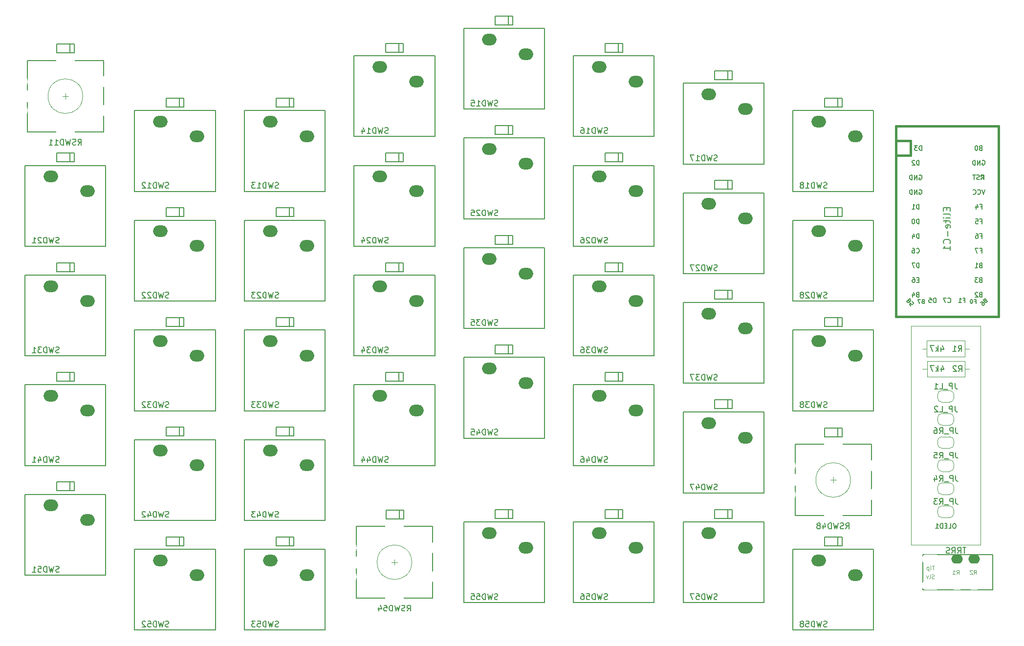
<source format=gbo>
%TF.GenerationSoftware,KiCad,Pcbnew,(6.0.4-0)*%
%TF.CreationDate,2022-03-31T21:48:39+02:00*%
%TF.ProjectId,PCB,5043422e-6b69-4636-9164-5f7063625858,rev?*%
%TF.SameCoordinates,Original*%
%TF.FileFunction,Legend,Bot*%
%TF.FilePolarity,Positive*%
%FSLAX46Y46*%
G04 Gerber Fmt 4.6, Leading zero omitted, Abs format (unit mm)*
G04 Created by KiCad (PCBNEW (6.0.4-0)) date 2022-03-31 21:48:39*
%MOMM*%
%LPD*%
G01*
G04 APERTURE LIST*
G04 Aperture macros list*
%AMFreePoly0*
4,1,22,0.500000,-0.750000,0.000000,-0.750000,0.000000,-0.745033,-0.079941,-0.743568,-0.215256,-0.701293,-0.333266,-0.622738,-0.424486,-0.514219,-0.481581,-0.384460,-0.499164,-0.250000,-0.500000,-0.250000,-0.500000,0.250000,-0.499164,0.250000,-0.499963,0.256109,-0.478152,0.396186,-0.417904,0.524511,-0.324060,0.630769,-0.204165,0.706417,-0.067858,0.745374,0.000000,0.744959,0.000000,0.750000,
0.500000,0.750000,0.500000,-0.750000,0.500000,-0.750000,$1*%
%AMFreePoly1*
4,1,20,0.000000,0.744959,0.073905,0.744508,0.209726,0.703889,0.328688,0.626782,0.421226,0.519385,0.479903,0.390333,0.500000,0.250000,0.500000,-0.250000,0.499851,-0.262216,0.476331,-0.402017,0.414519,-0.529596,0.319384,-0.634700,0.198574,-0.708877,0.061801,-0.746166,0.000000,-0.745033,0.000000,-0.750000,-0.500000,-0.750000,-0.500000,0.750000,0.000000,0.750000,0.000000,0.744959,
0.000000,0.744959,$1*%
G04 Aperture macros list end*
%ADD10C,0.150000*%
%ADD11C,0.100000*%
%ADD12C,0.203200*%
%ADD13C,0.120000*%
%ADD14C,0.200000*%
%ADD15C,0.381000*%
%ADD16O,2.500000X2.000000*%
%ADD17O,2.000000X1.600000*%
%ADD18C,1.600000*%
%ADD19O,1.600000X1.600000*%
%ADD20C,4.000000*%
%ADD21C,1.900000*%
%ADD22C,2.000000*%
%ADD23R,2.000000X2.000000*%
%ADD24C,0.800000*%
%ADD25O,3.100000X1.600000*%
%ADD26FreePoly0,0.000000*%
%ADD27FreePoly1,0.000000*%
%ADD28R,3.200000X2.000000*%
%ADD29R,1.752600X1.752600*%
%ADD30C,1.752600*%
%ADD31C,1.397000*%
G04 APERTURE END LIST*
D10*
X225710476Y-96035714D02*
X225710476Y-96702380D01*
X225948571Y-95654761D02*
X226186666Y-96369047D01*
X225567619Y-96369047D01*
X225186666Y-96702380D02*
X225186666Y-95702380D01*
X225091428Y-96321428D02*
X224805714Y-96702380D01*
X224805714Y-96035714D02*
X225186666Y-96416666D01*
X224472380Y-95702380D02*
X223805714Y-95702380D01*
X224234285Y-96702380D01*
X228686666Y-96702380D02*
X229020000Y-96226190D01*
X229258095Y-96702380D02*
X229258095Y-95702380D01*
X228877142Y-95702380D01*
X228781904Y-95750000D01*
X228734285Y-95797619D01*
X228686666Y-95892857D01*
X228686666Y-96035714D01*
X228734285Y-96130952D01*
X228781904Y-96178571D01*
X228877142Y-96226190D01*
X229258095Y-96226190D01*
X228305714Y-95797619D02*
X228258095Y-95750000D01*
X228162857Y-95702380D01*
X227924761Y-95702380D01*
X227829523Y-95750000D01*
X227781904Y-95797619D01*
X227734285Y-95892857D01*
X227734285Y-95988095D01*
X227781904Y-96130952D01*
X228353333Y-96702380D01*
X227734285Y-96702380D01*
X225700476Y-92535714D02*
X225700476Y-93202380D01*
X225938571Y-92154761D02*
X226176666Y-92869047D01*
X225557619Y-92869047D01*
X225176666Y-93202380D02*
X225176666Y-92202380D01*
X225081428Y-92821428D02*
X224795714Y-93202380D01*
X224795714Y-92535714D02*
X225176666Y-92916666D01*
X224462380Y-92202380D02*
X223795714Y-92202380D01*
X224224285Y-93202380D01*
X228676666Y-93202380D02*
X229010000Y-92726190D01*
X229248095Y-93202380D02*
X229248095Y-92202380D01*
X228867142Y-92202380D01*
X228771904Y-92250000D01*
X228724285Y-92297619D01*
X228676666Y-92392857D01*
X228676666Y-92535714D01*
X228724285Y-92630952D01*
X228771904Y-92678571D01*
X228867142Y-92726190D01*
X229248095Y-92726190D01*
X227724285Y-93202380D02*
X228295714Y-93202380D01*
X228010000Y-93202380D02*
X228010000Y-92202380D01*
X228105238Y-92345238D01*
X228200476Y-92440476D01*
X228295714Y-92488095D01*
X72907023Y-112404761D02*
X72764166Y-112452380D01*
X72526071Y-112452380D01*
X72430833Y-112404761D01*
X72383214Y-112357142D01*
X72335595Y-112261904D01*
X72335595Y-112166666D01*
X72383214Y-112071428D01*
X72430833Y-112023809D01*
X72526071Y-111976190D01*
X72716547Y-111928571D01*
X72811785Y-111880952D01*
X72859404Y-111833333D01*
X72907023Y-111738095D01*
X72907023Y-111642857D01*
X72859404Y-111547619D01*
X72811785Y-111500000D01*
X72716547Y-111452380D01*
X72478452Y-111452380D01*
X72335595Y-111500000D01*
X72002261Y-111452380D02*
X71764166Y-112452380D01*
X71573690Y-111738095D01*
X71383214Y-112452380D01*
X71145119Y-111452380D01*
X70764166Y-112452380D02*
X70764166Y-111452380D01*
X70526071Y-111452380D01*
X70383214Y-111500000D01*
X70287976Y-111595238D01*
X70240357Y-111690476D01*
X70192738Y-111880952D01*
X70192738Y-112023809D01*
X70240357Y-112214285D01*
X70287976Y-112309523D01*
X70383214Y-112404761D01*
X70526071Y-112452380D01*
X70764166Y-112452380D01*
X69335595Y-111785714D02*
X69335595Y-112452380D01*
X69573690Y-111404761D02*
X69811785Y-112119047D01*
X69192738Y-112119047D01*
X68287976Y-112452380D02*
X68859404Y-112452380D01*
X68573690Y-112452380D02*
X68573690Y-111452380D01*
X68668928Y-111595238D01*
X68764166Y-111690476D01*
X68859404Y-111738095D01*
X186907023Y-60154761D02*
X186764166Y-60202380D01*
X186526071Y-60202380D01*
X186430833Y-60154761D01*
X186383214Y-60107142D01*
X186335595Y-60011904D01*
X186335595Y-59916666D01*
X186383214Y-59821428D01*
X186430833Y-59773809D01*
X186526071Y-59726190D01*
X186716547Y-59678571D01*
X186811785Y-59630952D01*
X186859404Y-59583333D01*
X186907023Y-59488095D01*
X186907023Y-59392857D01*
X186859404Y-59297619D01*
X186811785Y-59250000D01*
X186716547Y-59202380D01*
X186478452Y-59202380D01*
X186335595Y-59250000D01*
X186002261Y-59202380D02*
X185764166Y-60202380D01*
X185573690Y-59488095D01*
X185383214Y-60202380D01*
X185145119Y-59202380D01*
X184764166Y-60202380D02*
X184764166Y-59202380D01*
X184526071Y-59202380D01*
X184383214Y-59250000D01*
X184287976Y-59345238D01*
X184240357Y-59440476D01*
X184192738Y-59630952D01*
X184192738Y-59773809D01*
X184240357Y-59964285D01*
X184287976Y-60059523D01*
X184383214Y-60154761D01*
X184526071Y-60202380D01*
X184764166Y-60202380D01*
X183240357Y-60202380D02*
X183811785Y-60202380D01*
X183526071Y-60202380D02*
X183526071Y-59202380D01*
X183621309Y-59345238D01*
X183716547Y-59440476D01*
X183811785Y-59488095D01*
X182907023Y-59202380D02*
X182240357Y-59202380D01*
X182668928Y-60202380D01*
D11*
X224462500Y-132545333D02*
X224362500Y-132578666D01*
X224195833Y-132578666D01*
X224129166Y-132545333D01*
X224095833Y-132512000D01*
X224062500Y-132445333D01*
X224062500Y-132378666D01*
X224095833Y-132312000D01*
X224129166Y-132278666D01*
X224195833Y-132245333D01*
X224329166Y-132212000D01*
X224395833Y-132178666D01*
X224429166Y-132145333D01*
X224462500Y-132078666D01*
X224462500Y-132012000D01*
X224429166Y-131945333D01*
X224395833Y-131912000D01*
X224329166Y-131878666D01*
X224162500Y-131878666D01*
X224062500Y-131912000D01*
X223662500Y-132578666D02*
X223729166Y-132545333D01*
X223762500Y-132478666D01*
X223762500Y-131878666D01*
X223462500Y-132112000D02*
X223295833Y-132578666D01*
X223129166Y-132112000D01*
D10*
X230011904Y-127202380D02*
X229440476Y-127202380D01*
X229726190Y-128202380D02*
X229726190Y-127202380D01*
X228535714Y-128202380D02*
X228869047Y-127726190D01*
X229107142Y-128202380D02*
X229107142Y-127202380D01*
X228726190Y-127202380D01*
X228630952Y-127250000D01*
X228583333Y-127297619D01*
X228535714Y-127392857D01*
X228535714Y-127535714D01*
X228583333Y-127630952D01*
X228630952Y-127678571D01*
X228726190Y-127726190D01*
X229107142Y-127726190D01*
X227535714Y-128202380D02*
X227869047Y-127726190D01*
X228107142Y-128202380D02*
X228107142Y-127202380D01*
X227726190Y-127202380D01*
X227630952Y-127250000D01*
X227583333Y-127297619D01*
X227535714Y-127392857D01*
X227535714Y-127535714D01*
X227583333Y-127630952D01*
X227630952Y-127678571D01*
X227726190Y-127726190D01*
X228107142Y-127726190D01*
X227154761Y-128154761D02*
X227011904Y-128202380D01*
X226773809Y-128202380D01*
X226678571Y-128154761D01*
X226630952Y-128107142D01*
X226583333Y-128011904D01*
X226583333Y-127916666D01*
X226630952Y-127821428D01*
X226678571Y-127773809D01*
X226773809Y-127726190D01*
X226964285Y-127678571D01*
X227059523Y-127630952D01*
X227107142Y-127583333D01*
X227154761Y-127488095D01*
X227154761Y-127392857D01*
X227107142Y-127297619D01*
X227059523Y-127250000D01*
X226964285Y-127202380D01*
X226726190Y-127202380D01*
X226583333Y-127250000D01*
D11*
X224495833Y-130354666D02*
X224095833Y-130354666D01*
X224295833Y-131054666D02*
X224295833Y-130354666D01*
X223862500Y-131054666D02*
X223862500Y-130588000D01*
X223862500Y-130354666D02*
X223895833Y-130388000D01*
X223862500Y-130421333D01*
X223829166Y-130388000D01*
X223862500Y-130354666D01*
X223862500Y-130421333D01*
X223529166Y-130588000D02*
X223529166Y-131288000D01*
X223529166Y-130621333D02*
X223462500Y-130588000D01*
X223329166Y-130588000D01*
X223262500Y-130621333D01*
X223229166Y-130654666D01*
X223195833Y-130721333D01*
X223195833Y-130921333D01*
X223229166Y-130988000D01*
X223262500Y-131021333D01*
X223329166Y-131054666D01*
X223462500Y-131054666D01*
X223529166Y-131021333D01*
X231363166Y-131822666D02*
X231596500Y-131489333D01*
X231763166Y-131822666D02*
X231763166Y-131122666D01*
X231496500Y-131122666D01*
X231429833Y-131156000D01*
X231396500Y-131189333D01*
X231363166Y-131256000D01*
X231363166Y-131356000D01*
X231396500Y-131422666D01*
X231429833Y-131456000D01*
X231496500Y-131489333D01*
X231763166Y-131489333D01*
X231096500Y-131189333D02*
X231063166Y-131156000D01*
X230996500Y-131122666D01*
X230829833Y-131122666D01*
X230763166Y-131156000D01*
X230729833Y-131189333D01*
X230696500Y-131256000D01*
X230696500Y-131322666D01*
X230729833Y-131422666D01*
X231129833Y-131822666D01*
X230696500Y-131822666D01*
X228363166Y-131822666D02*
X228596500Y-131489333D01*
X228763166Y-131822666D02*
X228763166Y-131122666D01*
X228496500Y-131122666D01*
X228429833Y-131156000D01*
X228396500Y-131189333D01*
X228363166Y-131256000D01*
X228363166Y-131356000D01*
X228396500Y-131422666D01*
X228429833Y-131456000D01*
X228496500Y-131489333D01*
X228763166Y-131489333D01*
X227696500Y-131822666D02*
X228096500Y-131822666D01*
X227896500Y-131822666D02*
X227896500Y-131122666D01*
X227963166Y-131222666D01*
X228029833Y-131289333D01*
X228096500Y-131322666D01*
D10*
X167907023Y-93404761D02*
X167764166Y-93452380D01*
X167526071Y-93452380D01*
X167430833Y-93404761D01*
X167383214Y-93357142D01*
X167335595Y-93261904D01*
X167335595Y-93166666D01*
X167383214Y-93071428D01*
X167430833Y-93023809D01*
X167526071Y-92976190D01*
X167716547Y-92928571D01*
X167811785Y-92880952D01*
X167859404Y-92833333D01*
X167907023Y-92738095D01*
X167907023Y-92642857D01*
X167859404Y-92547619D01*
X167811785Y-92500000D01*
X167716547Y-92452380D01*
X167478452Y-92452380D01*
X167335595Y-92500000D01*
X167002261Y-92452380D02*
X166764166Y-93452380D01*
X166573690Y-92738095D01*
X166383214Y-93452380D01*
X166145119Y-92452380D01*
X165764166Y-93452380D02*
X165764166Y-92452380D01*
X165526071Y-92452380D01*
X165383214Y-92500000D01*
X165287976Y-92595238D01*
X165240357Y-92690476D01*
X165192738Y-92880952D01*
X165192738Y-93023809D01*
X165240357Y-93214285D01*
X165287976Y-93309523D01*
X165383214Y-93404761D01*
X165526071Y-93452380D01*
X165764166Y-93452380D01*
X164859404Y-92452380D02*
X164240357Y-92452380D01*
X164573690Y-92833333D01*
X164430833Y-92833333D01*
X164335595Y-92880952D01*
X164287976Y-92928571D01*
X164240357Y-93023809D01*
X164240357Y-93261904D01*
X164287976Y-93357142D01*
X164335595Y-93404761D01*
X164430833Y-93452380D01*
X164716547Y-93452380D01*
X164811785Y-93404761D01*
X164859404Y-93357142D01*
X163383214Y-92452380D02*
X163573690Y-92452380D01*
X163668928Y-92500000D01*
X163716547Y-92547619D01*
X163811785Y-92690476D01*
X163859404Y-92880952D01*
X163859404Y-93261904D01*
X163811785Y-93357142D01*
X163764166Y-93404761D01*
X163668928Y-93452380D01*
X163478452Y-93452380D01*
X163383214Y-93404761D01*
X163335595Y-93357142D01*
X163287976Y-93261904D01*
X163287976Y-93023809D01*
X163335595Y-92928571D01*
X163383214Y-92880952D01*
X163478452Y-92833333D01*
X163668928Y-92833333D01*
X163764166Y-92880952D01*
X163811785Y-92928571D01*
X163859404Y-93023809D01*
X167907023Y-74404761D02*
X167764166Y-74452380D01*
X167526071Y-74452380D01*
X167430833Y-74404761D01*
X167383214Y-74357142D01*
X167335595Y-74261904D01*
X167335595Y-74166666D01*
X167383214Y-74071428D01*
X167430833Y-74023809D01*
X167526071Y-73976190D01*
X167716547Y-73928571D01*
X167811785Y-73880952D01*
X167859404Y-73833333D01*
X167907023Y-73738095D01*
X167907023Y-73642857D01*
X167859404Y-73547619D01*
X167811785Y-73500000D01*
X167716547Y-73452380D01*
X167478452Y-73452380D01*
X167335595Y-73500000D01*
X167002261Y-73452380D02*
X166764166Y-74452380D01*
X166573690Y-73738095D01*
X166383214Y-74452380D01*
X166145119Y-73452380D01*
X165764166Y-74452380D02*
X165764166Y-73452380D01*
X165526071Y-73452380D01*
X165383214Y-73500000D01*
X165287976Y-73595238D01*
X165240357Y-73690476D01*
X165192738Y-73880952D01*
X165192738Y-74023809D01*
X165240357Y-74214285D01*
X165287976Y-74309523D01*
X165383214Y-74404761D01*
X165526071Y-74452380D01*
X165764166Y-74452380D01*
X164811785Y-73547619D02*
X164764166Y-73500000D01*
X164668928Y-73452380D01*
X164430833Y-73452380D01*
X164335595Y-73500000D01*
X164287976Y-73547619D01*
X164240357Y-73642857D01*
X164240357Y-73738095D01*
X164287976Y-73880952D01*
X164859404Y-74452380D01*
X164240357Y-74452380D01*
X163383214Y-73452380D02*
X163573690Y-73452380D01*
X163668928Y-73500000D01*
X163716547Y-73547619D01*
X163811785Y-73690476D01*
X163859404Y-73880952D01*
X163859404Y-74261904D01*
X163811785Y-74357142D01*
X163764166Y-74404761D01*
X163668928Y-74452380D01*
X163478452Y-74452380D01*
X163383214Y-74404761D01*
X163335595Y-74357142D01*
X163287976Y-74261904D01*
X163287976Y-74023809D01*
X163335595Y-73928571D01*
X163383214Y-73880952D01*
X163478452Y-73833333D01*
X163668928Y-73833333D01*
X163764166Y-73880952D01*
X163811785Y-73928571D01*
X163859404Y-74023809D01*
X205907023Y-64904761D02*
X205764166Y-64952380D01*
X205526071Y-64952380D01*
X205430833Y-64904761D01*
X205383214Y-64857142D01*
X205335595Y-64761904D01*
X205335595Y-64666666D01*
X205383214Y-64571428D01*
X205430833Y-64523809D01*
X205526071Y-64476190D01*
X205716547Y-64428571D01*
X205811785Y-64380952D01*
X205859404Y-64333333D01*
X205907023Y-64238095D01*
X205907023Y-64142857D01*
X205859404Y-64047619D01*
X205811785Y-64000000D01*
X205716547Y-63952380D01*
X205478452Y-63952380D01*
X205335595Y-64000000D01*
X205002261Y-63952380D02*
X204764166Y-64952380D01*
X204573690Y-64238095D01*
X204383214Y-64952380D01*
X204145119Y-63952380D01*
X203764166Y-64952380D02*
X203764166Y-63952380D01*
X203526071Y-63952380D01*
X203383214Y-64000000D01*
X203287976Y-64095238D01*
X203240357Y-64190476D01*
X203192738Y-64380952D01*
X203192738Y-64523809D01*
X203240357Y-64714285D01*
X203287976Y-64809523D01*
X203383214Y-64904761D01*
X203526071Y-64952380D01*
X203764166Y-64952380D01*
X202240357Y-64952380D02*
X202811785Y-64952380D01*
X202526071Y-64952380D02*
X202526071Y-63952380D01*
X202621309Y-64095238D01*
X202716547Y-64190476D01*
X202811785Y-64238095D01*
X201668928Y-64380952D02*
X201764166Y-64333333D01*
X201811785Y-64285714D01*
X201859404Y-64190476D01*
X201859404Y-64142857D01*
X201811785Y-64047619D01*
X201764166Y-64000000D01*
X201668928Y-63952380D01*
X201478452Y-63952380D01*
X201383214Y-64000000D01*
X201335595Y-64047619D01*
X201287976Y-64142857D01*
X201287976Y-64190476D01*
X201335595Y-64285714D01*
X201383214Y-64333333D01*
X201478452Y-64380952D01*
X201668928Y-64380952D01*
X201764166Y-64428571D01*
X201811785Y-64476190D01*
X201859404Y-64571428D01*
X201859404Y-64761904D01*
X201811785Y-64857142D01*
X201764166Y-64904761D01*
X201668928Y-64952380D01*
X201478452Y-64952380D01*
X201383214Y-64904761D01*
X201335595Y-64857142D01*
X201287976Y-64761904D01*
X201287976Y-64571428D01*
X201335595Y-64476190D01*
X201383214Y-64428571D01*
X201478452Y-64380952D01*
X72907023Y-93404761D02*
X72764166Y-93452380D01*
X72526071Y-93452380D01*
X72430833Y-93404761D01*
X72383214Y-93357142D01*
X72335595Y-93261904D01*
X72335595Y-93166666D01*
X72383214Y-93071428D01*
X72430833Y-93023809D01*
X72526071Y-92976190D01*
X72716547Y-92928571D01*
X72811785Y-92880952D01*
X72859404Y-92833333D01*
X72907023Y-92738095D01*
X72907023Y-92642857D01*
X72859404Y-92547619D01*
X72811785Y-92500000D01*
X72716547Y-92452380D01*
X72478452Y-92452380D01*
X72335595Y-92500000D01*
X72002261Y-92452380D02*
X71764166Y-93452380D01*
X71573690Y-92738095D01*
X71383214Y-93452380D01*
X71145119Y-92452380D01*
X70764166Y-93452380D02*
X70764166Y-92452380D01*
X70526071Y-92452380D01*
X70383214Y-92500000D01*
X70287976Y-92595238D01*
X70240357Y-92690476D01*
X70192738Y-92880952D01*
X70192738Y-93023809D01*
X70240357Y-93214285D01*
X70287976Y-93309523D01*
X70383214Y-93404761D01*
X70526071Y-93452380D01*
X70764166Y-93452380D01*
X69859404Y-92452380D02*
X69240357Y-92452380D01*
X69573690Y-92833333D01*
X69430833Y-92833333D01*
X69335595Y-92880952D01*
X69287976Y-92928571D01*
X69240357Y-93023809D01*
X69240357Y-93261904D01*
X69287976Y-93357142D01*
X69335595Y-93404761D01*
X69430833Y-93452380D01*
X69716547Y-93452380D01*
X69811785Y-93404761D01*
X69859404Y-93357142D01*
X68287976Y-93452380D02*
X68859404Y-93452380D01*
X68573690Y-93452380D02*
X68573690Y-92452380D01*
X68668928Y-92595238D01*
X68764166Y-92690476D01*
X68859404Y-92738095D01*
X110907023Y-83904761D02*
X110764166Y-83952380D01*
X110526071Y-83952380D01*
X110430833Y-83904761D01*
X110383214Y-83857142D01*
X110335595Y-83761904D01*
X110335595Y-83666666D01*
X110383214Y-83571428D01*
X110430833Y-83523809D01*
X110526071Y-83476190D01*
X110716547Y-83428571D01*
X110811785Y-83380952D01*
X110859404Y-83333333D01*
X110907023Y-83238095D01*
X110907023Y-83142857D01*
X110859404Y-83047619D01*
X110811785Y-83000000D01*
X110716547Y-82952380D01*
X110478452Y-82952380D01*
X110335595Y-83000000D01*
X110002261Y-82952380D02*
X109764166Y-83952380D01*
X109573690Y-83238095D01*
X109383214Y-83952380D01*
X109145119Y-82952380D01*
X108764166Y-83952380D02*
X108764166Y-82952380D01*
X108526071Y-82952380D01*
X108383214Y-83000000D01*
X108287976Y-83095238D01*
X108240357Y-83190476D01*
X108192738Y-83380952D01*
X108192738Y-83523809D01*
X108240357Y-83714285D01*
X108287976Y-83809523D01*
X108383214Y-83904761D01*
X108526071Y-83952380D01*
X108764166Y-83952380D01*
X107811785Y-83047619D02*
X107764166Y-83000000D01*
X107668928Y-82952380D01*
X107430833Y-82952380D01*
X107335595Y-83000000D01*
X107287976Y-83047619D01*
X107240357Y-83142857D01*
X107240357Y-83238095D01*
X107287976Y-83380952D01*
X107859404Y-83952380D01*
X107240357Y-83952380D01*
X106907023Y-82952380D02*
X106287976Y-82952380D01*
X106621309Y-83333333D01*
X106478452Y-83333333D01*
X106383214Y-83380952D01*
X106335595Y-83428571D01*
X106287976Y-83523809D01*
X106287976Y-83761904D01*
X106335595Y-83857142D01*
X106383214Y-83904761D01*
X106478452Y-83952380D01*
X106764166Y-83952380D01*
X106859404Y-83904761D01*
X106907023Y-83857142D01*
X205907023Y-140904761D02*
X205764166Y-140952380D01*
X205526071Y-140952380D01*
X205430833Y-140904761D01*
X205383214Y-140857142D01*
X205335595Y-140761904D01*
X205335595Y-140666666D01*
X205383214Y-140571428D01*
X205430833Y-140523809D01*
X205526071Y-140476190D01*
X205716547Y-140428571D01*
X205811785Y-140380952D01*
X205859404Y-140333333D01*
X205907023Y-140238095D01*
X205907023Y-140142857D01*
X205859404Y-140047619D01*
X205811785Y-140000000D01*
X205716547Y-139952380D01*
X205478452Y-139952380D01*
X205335595Y-140000000D01*
X205002261Y-139952380D02*
X204764166Y-140952380D01*
X204573690Y-140238095D01*
X204383214Y-140952380D01*
X204145119Y-139952380D01*
X203764166Y-140952380D02*
X203764166Y-139952380D01*
X203526071Y-139952380D01*
X203383214Y-140000000D01*
X203287976Y-140095238D01*
X203240357Y-140190476D01*
X203192738Y-140380952D01*
X203192738Y-140523809D01*
X203240357Y-140714285D01*
X203287976Y-140809523D01*
X203383214Y-140904761D01*
X203526071Y-140952380D01*
X203764166Y-140952380D01*
X202287976Y-139952380D02*
X202764166Y-139952380D01*
X202811785Y-140428571D01*
X202764166Y-140380952D01*
X202668928Y-140333333D01*
X202430833Y-140333333D01*
X202335595Y-140380952D01*
X202287976Y-140428571D01*
X202240357Y-140523809D01*
X202240357Y-140761904D01*
X202287976Y-140857142D01*
X202335595Y-140904761D01*
X202430833Y-140952380D01*
X202668928Y-140952380D01*
X202764166Y-140904761D01*
X202811785Y-140857142D01*
X201668928Y-140380952D02*
X201764166Y-140333333D01*
X201811785Y-140285714D01*
X201859404Y-140190476D01*
X201859404Y-140142857D01*
X201811785Y-140047619D01*
X201764166Y-140000000D01*
X201668928Y-139952380D01*
X201478452Y-139952380D01*
X201383214Y-140000000D01*
X201335595Y-140047619D01*
X201287976Y-140142857D01*
X201287976Y-140190476D01*
X201335595Y-140285714D01*
X201383214Y-140333333D01*
X201478452Y-140380952D01*
X201668928Y-140380952D01*
X201764166Y-140428571D01*
X201811785Y-140476190D01*
X201859404Y-140571428D01*
X201859404Y-140761904D01*
X201811785Y-140857142D01*
X201764166Y-140904761D01*
X201668928Y-140952380D01*
X201478452Y-140952380D01*
X201383214Y-140904761D01*
X201335595Y-140857142D01*
X201287976Y-140761904D01*
X201287976Y-140571428D01*
X201335595Y-140476190D01*
X201383214Y-140428571D01*
X201478452Y-140380952D01*
X209190476Y-123952380D02*
X209523809Y-123476190D01*
X209761904Y-123952380D02*
X209761904Y-122952380D01*
X209380952Y-122952380D01*
X209285714Y-123000000D01*
X209238095Y-123047619D01*
X209190476Y-123142857D01*
X209190476Y-123285714D01*
X209238095Y-123380952D01*
X209285714Y-123428571D01*
X209380952Y-123476190D01*
X209761904Y-123476190D01*
X208809523Y-123904761D02*
X208666666Y-123952380D01*
X208428571Y-123952380D01*
X208333333Y-123904761D01*
X208285714Y-123857142D01*
X208238095Y-123761904D01*
X208238095Y-123666666D01*
X208285714Y-123571428D01*
X208333333Y-123523809D01*
X208428571Y-123476190D01*
X208619047Y-123428571D01*
X208714285Y-123380952D01*
X208761904Y-123333333D01*
X208809523Y-123238095D01*
X208809523Y-123142857D01*
X208761904Y-123047619D01*
X208714285Y-123000000D01*
X208619047Y-122952380D01*
X208380952Y-122952380D01*
X208238095Y-123000000D01*
X207904761Y-122952380D02*
X207666666Y-123952380D01*
X207476190Y-123238095D01*
X207285714Y-123952380D01*
X207047619Y-122952380D01*
X206666666Y-123952380D02*
X206666666Y-122952380D01*
X206428571Y-122952380D01*
X206285714Y-123000000D01*
X206190476Y-123095238D01*
X206142857Y-123190476D01*
X206095238Y-123380952D01*
X206095238Y-123523809D01*
X206142857Y-123714285D01*
X206190476Y-123809523D01*
X206285714Y-123904761D01*
X206428571Y-123952380D01*
X206666666Y-123952380D01*
X205238095Y-123285714D02*
X205238095Y-123952380D01*
X205476190Y-122904761D02*
X205714285Y-123619047D01*
X205095238Y-123619047D01*
X204571428Y-123380952D02*
X204666666Y-123333333D01*
X204714285Y-123285714D01*
X204761904Y-123190476D01*
X204761904Y-123142857D01*
X204714285Y-123047619D01*
X204666666Y-123000000D01*
X204571428Y-122952380D01*
X204380952Y-122952380D01*
X204285714Y-123000000D01*
X204238095Y-123047619D01*
X204190476Y-123142857D01*
X204190476Y-123190476D01*
X204238095Y-123285714D01*
X204285714Y-123333333D01*
X204380952Y-123380952D01*
X204571428Y-123380952D01*
X204666666Y-123428571D01*
X204714285Y-123476190D01*
X204761904Y-123571428D01*
X204761904Y-123761904D01*
X204714285Y-123857142D01*
X204666666Y-123904761D01*
X204571428Y-123952380D01*
X204380952Y-123952380D01*
X204285714Y-123904761D01*
X204238095Y-123857142D01*
X204190476Y-123761904D01*
X204190476Y-123571428D01*
X204238095Y-123476190D01*
X204285714Y-123428571D01*
X204380952Y-123380952D01*
X167907023Y-55404761D02*
X167764166Y-55452380D01*
X167526071Y-55452380D01*
X167430833Y-55404761D01*
X167383214Y-55357142D01*
X167335595Y-55261904D01*
X167335595Y-55166666D01*
X167383214Y-55071428D01*
X167430833Y-55023809D01*
X167526071Y-54976190D01*
X167716547Y-54928571D01*
X167811785Y-54880952D01*
X167859404Y-54833333D01*
X167907023Y-54738095D01*
X167907023Y-54642857D01*
X167859404Y-54547619D01*
X167811785Y-54500000D01*
X167716547Y-54452380D01*
X167478452Y-54452380D01*
X167335595Y-54500000D01*
X167002261Y-54452380D02*
X166764166Y-55452380D01*
X166573690Y-54738095D01*
X166383214Y-55452380D01*
X166145119Y-54452380D01*
X165764166Y-55452380D02*
X165764166Y-54452380D01*
X165526071Y-54452380D01*
X165383214Y-54500000D01*
X165287976Y-54595238D01*
X165240357Y-54690476D01*
X165192738Y-54880952D01*
X165192738Y-55023809D01*
X165240357Y-55214285D01*
X165287976Y-55309523D01*
X165383214Y-55404761D01*
X165526071Y-55452380D01*
X165764166Y-55452380D01*
X164240357Y-55452380D02*
X164811785Y-55452380D01*
X164526071Y-55452380D02*
X164526071Y-54452380D01*
X164621309Y-54595238D01*
X164716547Y-54690476D01*
X164811785Y-54738095D01*
X163383214Y-54452380D02*
X163573690Y-54452380D01*
X163668928Y-54500000D01*
X163716547Y-54547619D01*
X163811785Y-54690476D01*
X163859404Y-54880952D01*
X163859404Y-55261904D01*
X163811785Y-55357142D01*
X163764166Y-55404761D01*
X163668928Y-55452380D01*
X163478452Y-55452380D01*
X163383214Y-55404761D01*
X163335595Y-55357142D01*
X163287976Y-55261904D01*
X163287976Y-55023809D01*
X163335595Y-54928571D01*
X163383214Y-54880952D01*
X163478452Y-54833333D01*
X163668928Y-54833333D01*
X163764166Y-54880952D01*
X163811785Y-54928571D01*
X163859404Y-55023809D01*
X72907023Y-131404761D02*
X72764166Y-131452380D01*
X72526071Y-131452380D01*
X72430833Y-131404761D01*
X72383214Y-131357142D01*
X72335595Y-131261904D01*
X72335595Y-131166666D01*
X72383214Y-131071428D01*
X72430833Y-131023809D01*
X72526071Y-130976190D01*
X72716547Y-130928571D01*
X72811785Y-130880952D01*
X72859404Y-130833333D01*
X72907023Y-130738095D01*
X72907023Y-130642857D01*
X72859404Y-130547619D01*
X72811785Y-130500000D01*
X72716547Y-130452380D01*
X72478452Y-130452380D01*
X72335595Y-130500000D01*
X72002261Y-130452380D02*
X71764166Y-131452380D01*
X71573690Y-130738095D01*
X71383214Y-131452380D01*
X71145119Y-130452380D01*
X70764166Y-131452380D02*
X70764166Y-130452380D01*
X70526071Y-130452380D01*
X70383214Y-130500000D01*
X70287976Y-130595238D01*
X70240357Y-130690476D01*
X70192738Y-130880952D01*
X70192738Y-131023809D01*
X70240357Y-131214285D01*
X70287976Y-131309523D01*
X70383214Y-131404761D01*
X70526071Y-131452380D01*
X70764166Y-131452380D01*
X69287976Y-130452380D02*
X69764166Y-130452380D01*
X69811785Y-130928571D01*
X69764166Y-130880952D01*
X69668928Y-130833333D01*
X69430833Y-130833333D01*
X69335595Y-130880952D01*
X69287976Y-130928571D01*
X69240357Y-131023809D01*
X69240357Y-131261904D01*
X69287976Y-131357142D01*
X69335595Y-131404761D01*
X69430833Y-131452380D01*
X69668928Y-131452380D01*
X69764166Y-131404761D01*
X69811785Y-131357142D01*
X68287976Y-131452380D02*
X68859404Y-131452380D01*
X68573690Y-131452380D02*
X68573690Y-130452380D01*
X68668928Y-130595238D01*
X68764166Y-130690476D01*
X68859404Y-130738095D01*
X148907023Y-88654761D02*
X148764166Y-88702380D01*
X148526071Y-88702380D01*
X148430833Y-88654761D01*
X148383214Y-88607142D01*
X148335595Y-88511904D01*
X148335595Y-88416666D01*
X148383214Y-88321428D01*
X148430833Y-88273809D01*
X148526071Y-88226190D01*
X148716547Y-88178571D01*
X148811785Y-88130952D01*
X148859404Y-88083333D01*
X148907023Y-87988095D01*
X148907023Y-87892857D01*
X148859404Y-87797619D01*
X148811785Y-87750000D01*
X148716547Y-87702380D01*
X148478452Y-87702380D01*
X148335595Y-87750000D01*
X148002261Y-87702380D02*
X147764166Y-88702380D01*
X147573690Y-87988095D01*
X147383214Y-88702380D01*
X147145119Y-87702380D01*
X146764166Y-88702380D02*
X146764166Y-87702380D01*
X146526071Y-87702380D01*
X146383214Y-87750000D01*
X146287976Y-87845238D01*
X146240357Y-87940476D01*
X146192738Y-88130952D01*
X146192738Y-88273809D01*
X146240357Y-88464285D01*
X146287976Y-88559523D01*
X146383214Y-88654761D01*
X146526071Y-88702380D01*
X146764166Y-88702380D01*
X145859404Y-87702380D02*
X145240357Y-87702380D01*
X145573690Y-88083333D01*
X145430833Y-88083333D01*
X145335595Y-88130952D01*
X145287976Y-88178571D01*
X145240357Y-88273809D01*
X145240357Y-88511904D01*
X145287976Y-88607142D01*
X145335595Y-88654761D01*
X145430833Y-88702380D01*
X145716547Y-88702380D01*
X145811785Y-88654761D01*
X145859404Y-88607142D01*
X144335595Y-87702380D02*
X144811785Y-87702380D01*
X144859404Y-88178571D01*
X144811785Y-88130952D01*
X144716547Y-88083333D01*
X144478452Y-88083333D01*
X144383214Y-88130952D01*
X144335595Y-88178571D01*
X144287976Y-88273809D01*
X144287976Y-88511904D01*
X144335595Y-88607142D01*
X144383214Y-88654761D01*
X144478452Y-88702380D01*
X144716547Y-88702380D01*
X144811785Y-88654761D01*
X144859404Y-88607142D01*
X129907023Y-93404761D02*
X129764166Y-93452380D01*
X129526071Y-93452380D01*
X129430833Y-93404761D01*
X129383214Y-93357142D01*
X129335595Y-93261904D01*
X129335595Y-93166666D01*
X129383214Y-93071428D01*
X129430833Y-93023809D01*
X129526071Y-92976190D01*
X129716547Y-92928571D01*
X129811785Y-92880952D01*
X129859404Y-92833333D01*
X129907023Y-92738095D01*
X129907023Y-92642857D01*
X129859404Y-92547619D01*
X129811785Y-92500000D01*
X129716547Y-92452380D01*
X129478452Y-92452380D01*
X129335595Y-92500000D01*
X129002261Y-92452380D02*
X128764166Y-93452380D01*
X128573690Y-92738095D01*
X128383214Y-93452380D01*
X128145119Y-92452380D01*
X127764166Y-93452380D02*
X127764166Y-92452380D01*
X127526071Y-92452380D01*
X127383214Y-92500000D01*
X127287976Y-92595238D01*
X127240357Y-92690476D01*
X127192738Y-92880952D01*
X127192738Y-93023809D01*
X127240357Y-93214285D01*
X127287976Y-93309523D01*
X127383214Y-93404761D01*
X127526071Y-93452380D01*
X127764166Y-93452380D01*
X126859404Y-92452380D02*
X126240357Y-92452380D01*
X126573690Y-92833333D01*
X126430833Y-92833333D01*
X126335595Y-92880952D01*
X126287976Y-92928571D01*
X126240357Y-93023809D01*
X126240357Y-93261904D01*
X126287976Y-93357142D01*
X126335595Y-93404761D01*
X126430833Y-93452380D01*
X126716547Y-93452380D01*
X126811785Y-93404761D01*
X126859404Y-93357142D01*
X125383214Y-92785714D02*
X125383214Y-93452380D01*
X125621309Y-92404761D02*
X125859404Y-93119047D01*
X125240357Y-93119047D01*
X91907023Y-102904761D02*
X91764166Y-102952380D01*
X91526071Y-102952380D01*
X91430833Y-102904761D01*
X91383214Y-102857142D01*
X91335595Y-102761904D01*
X91335595Y-102666666D01*
X91383214Y-102571428D01*
X91430833Y-102523809D01*
X91526071Y-102476190D01*
X91716547Y-102428571D01*
X91811785Y-102380952D01*
X91859404Y-102333333D01*
X91907023Y-102238095D01*
X91907023Y-102142857D01*
X91859404Y-102047619D01*
X91811785Y-102000000D01*
X91716547Y-101952380D01*
X91478452Y-101952380D01*
X91335595Y-102000000D01*
X91002261Y-101952380D02*
X90764166Y-102952380D01*
X90573690Y-102238095D01*
X90383214Y-102952380D01*
X90145119Y-101952380D01*
X89764166Y-102952380D02*
X89764166Y-101952380D01*
X89526071Y-101952380D01*
X89383214Y-102000000D01*
X89287976Y-102095238D01*
X89240357Y-102190476D01*
X89192738Y-102380952D01*
X89192738Y-102523809D01*
X89240357Y-102714285D01*
X89287976Y-102809523D01*
X89383214Y-102904761D01*
X89526071Y-102952380D01*
X89764166Y-102952380D01*
X88859404Y-101952380D02*
X88240357Y-101952380D01*
X88573690Y-102333333D01*
X88430833Y-102333333D01*
X88335595Y-102380952D01*
X88287976Y-102428571D01*
X88240357Y-102523809D01*
X88240357Y-102761904D01*
X88287976Y-102857142D01*
X88335595Y-102904761D01*
X88430833Y-102952380D01*
X88716547Y-102952380D01*
X88811785Y-102904761D01*
X88859404Y-102857142D01*
X87859404Y-102047619D02*
X87811785Y-102000000D01*
X87716547Y-101952380D01*
X87478452Y-101952380D01*
X87383214Y-102000000D01*
X87335595Y-102047619D01*
X87287976Y-102142857D01*
X87287976Y-102238095D01*
X87335595Y-102380952D01*
X87907023Y-102952380D01*
X87287976Y-102952380D01*
X129907023Y-74404761D02*
X129764166Y-74452380D01*
X129526071Y-74452380D01*
X129430833Y-74404761D01*
X129383214Y-74357142D01*
X129335595Y-74261904D01*
X129335595Y-74166666D01*
X129383214Y-74071428D01*
X129430833Y-74023809D01*
X129526071Y-73976190D01*
X129716547Y-73928571D01*
X129811785Y-73880952D01*
X129859404Y-73833333D01*
X129907023Y-73738095D01*
X129907023Y-73642857D01*
X129859404Y-73547619D01*
X129811785Y-73500000D01*
X129716547Y-73452380D01*
X129478452Y-73452380D01*
X129335595Y-73500000D01*
X129002261Y-73452380D02*
X128764166Y-74452380D01*
X128573690Y-73738095D01*
X128383214Y-74452380D01*
X128145119Y-73452380D01*
X127764166Y-74452380D02*
X127764166Y-73452380D01*
X127526071Y-73452380D01*
X127383214Y-73500000D01*
X127287976Y-73595238D01*
X127240357Y-73690476D01*
X127192738Y-73880952D01*
X127192738Y-74023809D01*
X127240357Y-74214285D01*
X127287976Y-74309523D01*
X127383214Y-74404761D01*
X127526071Y-74452380D01*
X127764166Y-74452380D01*
X126811785Y-73547619D02*
X126764166Y-73500000D01*
X126668928Y-73452380D01*
X126430833Y-73452380D01*
X126335595Y-73500000D01*
X126287976Y-73547619D01*
X126240357Y-73642857D01*
X126240357Y-73738095D01*
X126287976Y-73880952D01*
X126859404Y-74452380D01*
X126240357Y-74452380D01*
X125383214Y-73785714D02*
X125383214Y-74452380D01*
X125621309Y-73404761D02*
X125859404Y-74119047D01*
X125240357Y-74119047D01*
X76190476Y-57452380D02*
X76523809Y-56976190D01*
X76761904Y-57452380D02*
X76761904Y-56452380D01*
X76380952Y-56452380D01*
X76285714Y-56500000D01*
X76238095Y-56547619D01*
X76190476Y-56642857D01*
X76190476Y-56785714D01*
X76238095Y-56880952D01*
X76285714Y-56928571D01*
X76380952Y-56976190D01*
X76761904Y-56976190D01*
X75809523Y-57404761D02*
X75666666Y-57452380D01*
X75428571Y-57452380D01*
X75333333Y-57404761D01*
X75285714Y-57357142D01*
X75238095Y-57261904D01*
X75238095Y-57166666D01*
X75285714Y-57071428D01*
X75333333Y-57023809D01*
X75428571Y-56976190D01*
X75619047Y-56928571D01*
X75714285Y-56880952D01*
X75761904Y-56833333D01*
X75809523Y-56738095D01*
X75809523Y-56642857D01*
X75761904Y-56547619D01*
X75714285Y-56500000D01*
X75619047Y-56452380D01*
X75380952Y-56452380D01*
X75238095Y-56500000D01*
X74904761Y-56452380D02*
X74666666Y-57452380D01*
X74476190Y-56738095D01*
X74285714Y-57452380D01*
X74047619Y-56452380D01*
X73666666Y-57452380D02*
X73666666Y-56452380D01*
X73428571Y-56452380D01*
X73285714Y-56500000D01*
X73190476Y-56595238D01*
X73142857Y-56690476D01*
X73095238Y-56880952D01*
X73095238Y-57023809D01*
X73142857Y-57214285D01*
X73190476Y-57309523D01*
X73285714Y-57404761D01*
X73428571Y-57452380D01*
X73666666Y-57452380D01*
X72142857Y-57452380D02*
X72714285Y-57452380D01*
X72428571Y-57452380D02*
X72428571Y-56452380D01*
X72523809Y-56595238D01*
X72619047Y-56690476D01*
X72714285Y-56738095D01*
X71190476Y-57452380D02*
X71761904Y-57452380D01*
X71476190Y-57452380D02*
X71476190Y-56452380D01*
X71571428Y-56595238D01*
X71666666Y-56690476D01*
X71761904Y-56738095D01*
X148907023Y-107654761D02*
X148764166Y-107702380D01*
X148526071Y-107702380D01*
X148430833Y-107654761D01*
X148383214Y-107607142D01*
X148335595Y-107511904D01*
X148335595Y-107416666D01*
X148383214Y-107321428D01*
X148430833Y-107273809D01*
X148526071Y-107226190D01*
X148716547Y-107178571D01*
X148811785Y-107130952D01*
X148859404Y-107083333D01*
X148907023Y-106988095D01*
X148907023Y-106892857D01*
X148859404Y-106797619D01*
X148811785Y-106750000D01*
X148716547Y-106702380D01*
X148478452Y-106702380D01*
X148335595Y-106750000D01*
X148002261Y-106702380D02*
X147764166Y-107702380D01*
X147573690Y-106988095D01*
X147383214Y-107702380D01*
X147145119Y-106702380D01*
X146764166Y-107702380D02*
X146764166Y-106702380D01*
X146526071Y-106702380D01*
X146383214Y-106750000D01*
X146287976Y-106845238D01*
X146240357Y-106940476D01*
X146192738Y-107130952D01*
X146192738Y-107273809D01*
X146240357Y-107464285D01*
X146287976Y-107559523D01*
X146383214Y-107654761D01*
X146526071Y-107702380D01*
X146764166Y-107702380D01*
X145335595Y-107035714D02*
X145335595Y-107702380D01*
X145573690Y-106654761D02*
X145811785Y-107369047D01*
X145192738Y-107369047D01*
X144335595Y-106702380D02*
X144811785Y-106702380D01*
X144859404Y-107178571D01*
X144811785Y-107130952D01*
X144716547Y-107083333D01*
X144478452Y-107083333D01*
X144383214Y-107130952D01*
X144335595Y-107178571D01*
X144287976Y-107273809D01*
X144287976Y-107511904D01*
X144335595Y-107607142D01*
X144383214Y-107654761D01*
X144478452Y-107702380D01*
X144716547Y-107702380D01*
X144811785Y-107654761D01*
X144859404Y-107607142D01*
X129907023Y-55404761D02*
X129764166Y-55452380D01*
X129526071Y-55452380D01*
X129430833Y-55404761D01*
X129383214Y-55357142D01*
X129335595Y-55261904D01*
X129335595Y-55166666D01*
X129383214Y-55071428D01*
X129430833Y-55023809D01*
X129526071Y-54976190D01*
X129716547Y-54928571D01*
X129811785Y-54880952D01*
X129859404Y-54833333D01*
X129907023Y-54738095D01*
X129907023Y-54642857D01*
X129859404Y-54547619D01*
X129811785Y-54500000D01*
X129716547Y-54452380D01*
X129478452Y-54452380D01*
X129335595Y-54500000D01*
X129002261Y-54452380D02*
X128764166Y-55452380D01*
X128573690Y-54738095D01*
X128383214Y-55452380D01*
X128145119Y-54452380D01*
X127764166Y-55452380D02*
X127764166Y-54452380D01*
X127526071Y-54452380D01*
X127383214Y-54500000D01*
X127287976Y-54595238D01*
X127240357Y-54690476D01*
X127192738Y-54880952D01*
X127192738Y-55023809D01*
X127240357Y-55214285D01*
X127287976Y-55309523D01*
X127383214Y-55404761D01*
X127526071Y-55452380D01*
X127764166Y-55452380D01*
X126240357Y-55452380D02*
X126811785Y-55452380D01*
X126526071Y-55452380D02*
X126526071Y-54452380D01*
X126621309Y-54595238D01*
X126716547Y-54690476D01*
X126811785Y-54738095D01*
X125383214Y-54785714D02*
X125383214Y-55452380D01*
X125621309Y-54404761D02*
X125859404Y-55119047D01*
X125240357Y-55119047D01*
X91907023Y-64904761D02*
X91764166Y-64952380D01*
X91526071Y-64952380D01*
X91430833Y-64904761D01*
X91383214Y-64857142D01*
X91335595Y-64761904D01*
X91335595Y-64666666D01*
X91383214Y-64571428D01*
X91430833Y-64523809D01*
X91526071Y-64476190D01*
X91716547Y-64428571D01*
X91811785Y-64380952D01*
X91859404Y-64333333D01*
X91907023Y-64238095D01*
X91907023Y-64142857D01*
X91859404Y-64047619D01*
X91811785Y-64000000D01*
X91716547Y-63952380D01*
X91478452Y-63952380D01*
X91335595Y-64000000D01*
X91002261Y-63952380D02*
X90764166Y-64952380D01*
X90573690Y-64238095D01*
X90383214Y-64952380D01*
X90145119Y-63952380D01*
X89764166Y-64952380D02*
X89764166Y-63952380D01*
X89526071Y-63952380D01*
X89383214Y-64000000D01*
X89287976Y-64095238D01*
X89240357Y-64190476D01*
X89192738Y-64380952D01*
X89192738Y-64523809D01*
X89240357Y-64714285D01*
X89287976Y-64809523D01*
X89383214Y-64904761D01*
X89526071Y-64952380D01*
X89764166Y-64952380D01*
X88240357Y-64952380D02*
X88811785Y-64952380D01*
X88526071Y-64952380D02*
X88526071Y-63952380D01*
X88621309Y-64095238D01*
X88716547Y-64190476D01*
X88811785Y-64238095D01*
X87859404Y-64047619D02*
X87811785Y-64000000D01*
X87716547Y-63952380D01*
X87478452Y-63952380D01*
X87383214Y-64000000D01*
X87335595Y-64047619D01*
X87287976Y-64142857D01*
X87287976Y-64238095D01*
X87335595Y-64380952D01*
X87907023Y-64952380D01*
X87287976Y-64952380D01*
X186907023Y-136154761D02*
X186764166Y-136202380D01*
X186526071Y-136202380D01*
X186430833Y-136154761D01*
X186383214Y-136107142D01*
X186335595Y-136011904D01*
X186335595Y-135916666D01*
X186383214Y-135821428D01*
X186430833Y-135773809D01*
X186526071Y-135726190D01*
X186716547Y-135678571D01*
X186811785Y-135630952D01*
X186859404Y-135583333D01*
X186907023Y-135488095D01*
X186907023Y-135392857D01*
X186859404Y-135297619D01*
X186811785Y-135250000D01*
X186716547Y-135202380D01*
X186478452Y-135202380D01*
X186335595Y-135250000D01*
X186002261Y-135202380D02*
X185764166Y-136202380D01*
X185573690Y-135488095D01*
X185383214Y-136202380D01*
X185145119Y-135202380D01*
X184764166Y-136202380D02*
X184764166Y-135202380D01*
X184526071Y-135202380D01*
X184383214Y-135250000D01*
X184287976Y-135345238D01*
X184240357Y-135440476D01*
X184192738Y-135630952D01*
X184192738Y-135773809D01*
X184240357Y-135964285D01*
X184287976Y-136059523D01*
X184383214Y-136154761D01*
X184526071Y-136202380D01*
X184764166Y-136202380D01*
X183287976Y-135202380D02*
X183764166Y-135202380D01*
X183811785Y-135678571D01*
X183764166Y-135630952D01*
X183668928Y-135583333D01*
X183430833Y-135583333D01*
X183335595Y-135630952D01*
X183287976Y-135678571D01*
X183240357Y-135773809D01*
X183240357Y-136011904D01*
X183287976Y-136107142D01*
X183335595Y-136154761D01*
X183430833Y-136202380D01*
X183668928Y-136202380D01*
X183764166Y-136154761D01*
X183811785Y-136107142D01*
X182907023Y-135202380D02*
X182240357Y-135202380D01*
X182668928Y-136202380D01*
X186907023Y-98154761D02*
X186764166Y-98202380D01*
X186526071Y-98202380D01*
X186430833Y-98154761D01*
X186383214Y-98107142D01*
X186335595Y-98011904D01*
X186335595Y-97916666D01*
X186383214Y-97821428D01*
X186430833Y-97773809D01*
X186526071Y-97726190D01*
X186716547Y-97678571D01*
X186811785Y-97630952D01*
X186859404Y-97583333D01*
X186907023Y-97488095D01*
X186907023Y-97392857D01*
X186859404Y-97297619D01*
X186811785Y-97250000D01*
X186716547Y-97202380D01*
X186478452Y-97202380D01*
X186335595Y-97250000D01*
X186002261Y-97202380D02*
X185764166Y-98202380D01*
X185573690Y-97488095D01*
X185383214Y-98202380D01*
X185145119Y-97202380D01*
X184764166Y-98202380D02*
X184764166Y-97202380D01*
X184526071Y-97202380D01*
X184383214Y-97250000D01*
X184287976Y-97345238D01*
X184240357Y-97440476D01*
X184192738Y-97630952D01*
X184192738Y-97773809D01*
X184240357Y-97964285D01*
X184287976Y-98059523D01*
X184383214Y-98154761D01*
X184526071Y-98202380D01*
X184764166Y-98202380D01*
X183859404Y-97202380D02*
X183240357Y-97202380D01*
X183573690Y-97583333D01*
X183430833Y-97583333D01*
X183335595Y-97630952D01*
X183287976Y-97678571D01*
X183240357Y-97773809D01*
X183240357Y-98011904D01*
X183287976Y-98107142D01*
X183335595Y-98154761D01*
X183430833Y-98202380D01*
X183716547Y-98202380D01*
X183811785Y-98154761D01*
X183859404Y-98107142D01*
X182907023Y-97202380D02*
X182240357Y-97202380D01*
X182668928Y-98202380D01*
X129907023Y-112404761D02*
X129764166Y-112452380D01*
X129526071Y-112452380D01*
X129430833Y-112404761D01*
X129383214Y-112357142D01*
X129335595Y-112261904D01*
X129335595Y-112166666D01*
X129383214Y-112071428D01*
X129430833Y-112023809D01*
X129526071Y-111976190D01*
X129716547Y-111928571D01*
X129811785Y-111880952D01*
X129859404Y-111833333D01*
X129907023Y-111738095D01*
X129907023Y-111642857D01*
X129859404Y-111547619D01*
X129811785Y-111500000D01*
X129716547Y-111452380D01*
X129478452Y-111452380D01*
X129335595Y-111500000D01*
X129002261Y-111452380D02*
X128764166Y-112452380D01*
X128573690Y-111738095D01*
X128383214Y-112452380D01*
X128145119Y-111452380D01*
X127764166Y-112452380D02*
X127764166Y-111452380D01*
X127526071Y-111452380D01*
X127383214Y-111500000D01*
X127287976Y-111595238D01*
X127240357Y-111690476D01*
X127192738Y-111880952D01*
X127192738Y-112023809D01*
X127240357Y-112214285D01*
X127287976Y-112309523D01*
X127383214Y-112404761D01*
X127526071Y-112452380D01*
X127764166Y-112452380D01*
X126335595Y-111785714D02*
X126335595Y-112452380D01*
X126573690Y-111404761D02*
X126811785Y-112119047D01*
X126192738Y-112119047D01*
X125383214Y-111785714D02*
X125383214Y-112452380D01*
X125621309Y-111404761D02*
X125859404Y-112119047D01*
X125240357Y-112119047D01*
X186907023Y-79154761D02*
X186764166Y-79202380D01*
X186526071Y-79202380D01*
X186430833Y-79154761D01*
X186383214Y-79107142D01*
X186335595Y-79011904D01*
X186335595Y-78916666D01*
X186383214Y-78821428D01*
X186430833Y-78773809D01*
X186526071Y-78726190D01*
X186716547Y-78678571D01*
X186811785Y-78630952D01*
X186859404Y-78583333D01*
X186907023Y-78488095D01*
X186907023Y-78392857D01*
X186859404Y-78297619D01*
X186811785Y-78250000D01*
X186716547Y-78202380D01*
X186478452Y-78202380D01*
X186335595Y-78250000D01*
X186002261Y-78202380D02*
X185764166Y-79202380D01*
X185573690Y-78488095D01*
X185383214Y-79202380D01*
X185145119Y-78202380D01*
X184764166Y-79202380D02*
X184764166Y-78202380D01*
X184526071Y-78202380D01*
X184383214Y-78250000D01*
X184287976Y-78345238D01*
X184240357Y-78440476D01*
X184192738Y-78630952D01*
X184192738Y-78773809D01*
X184240357Y-78964285D01*
X184287976Y-79059523D01*
X184383214Y-79154761D01*
X184526071Y-79202380D01*
X184764166Y-79202380D01*
X183811785Y-78297619D02*
X183764166Y-78250000D01*
X183668928Y-78202380D01*
X183430833Y-78202380D01*
X183335595Y-78250000D01*
X183287976Y-78297619D01*
X183240357Y-78392857D01*
X183240357Y-78488095D01*
X183287976Y-78630952D01*
X183859404Y-79202380D01*
X183240357Y-79202380D01*
X182907023Y-78202380D02*
X182240357Y-78202380D01*
X182668928Y-79202380D01*
X91907023Y-83904761D02*
X91764166Y-83952380D01*
X91526071Y-83952380D01*
X91430833Y-83904761D01*
X91383214Y-83857142D01*
X91335595Y-83761904D01*
X91335595Y-83666666D01*
X91383214Y-83571428D01*
X91430833Y-83523809D01*
X91526071Y-83476190D01*
X91716547Y-83428571D01*
X91811785Y-83380952D01*
X91859404Y-83333333D01*
X91907023Y-83238095D01*
X91907023Y-83142857D01*
X91859404Y-83047619D01*
X91811785Y-83000000D01*
X91716547Y-82952380D01*
X91478452Y-82952380D01*
X91335595Y-83000000D01*
X91002261Y-82952380D02*
X90764166Y-83952380D01*
X90573690Y-83238095D01*
X90383214Y-83952380D01*
X90145119Y-82952380D01*
X89764166Y-83952380D02*
X89764166Y-82952380D01*
X89526071Y-82952380D01*
X89383214Y-83000000D01*
X89287976Y-83095238D01*
X89240357Y-83190476D01*
X89192738Y-83380952D01*
X89192738Y-83523809D01*
X89240357Y-83714285D01*
X89287976Y-83809523D01*
X89383214Y-83904761D01*
X89526071Y-83952380D01*
X89764166Y-83952380D01*
X88811785Y-83047619D02*
X88764166Y-83000000D01*
X88668928Y-82952380D01*
X88430833Y-82952380D01*
X88335595Y-83000000D01*
X88287976Y-83047619D01*
X88240357Y-83142857D01*
X88240357Y-83238095D01*
X88287976Y-83380952D01*
X88859404Y-83952380D01*
X88240357Y-83952380D01*
X87859404Y-83047619D02*
X87811785Y-83000000D01*
X87716547Y-82952380D01*
X87478452Y-82952380D01*
X87383214Y-83000000D01*
X87335595Y-83047619D01*
X87287976Y-83142857D01*
X87287976Y-83238095D01*
X87335595Y-83380952D01*
X87907023Y-83952380D01*
X87287976Y-83952380D01*
X110907023Y-102904761D02*
X110764166Y-102952380D01*
X110526071Y-102952380D01*
X110430833Y-102904761D01*
X110383214Y-102857142D01*
X110335595Y-102761904D01*
X110335595Y-102666666D01*
X110383214Y-102571428D01*
X110430833Y-102523809D01*
X110526071Y-102476190D01*
X110716547Y-102428571D01*
X110811785Y-102380952D01*
X110859404Y-102333333D01*
X110907023Y-102238095D01*
X110907023Y-102142857D01*
X110859404Y-102047619D01*
X110811785Y-102000000D01*
X110716547Y-101952380D01*
X110478452Y-101952380D01*
X110335595Y-102000000D01*
X110002261Y-101952380D02*
X109764166Y-102952380D01*
X109573690Y-102238095D01*
X109383214Y-102952380D01*
X109145119Y-101952380D01*
X108764166Y-102952380D02*
X108764166Y-101952380D01*
X108526071Y-101952380D01*
X108383214Y-102000000D01*
X108287976Y-102095238D01*
X108240357Y-102190476D01*
X108192738Y-102380952D01*
X108192738Y-102523809D01*
X108240357Y-102714285D01*
X108287976Y-102809523D01*
X108383214Y-102904761D01*
X108526071Y-102952380D01*
X108764166Y-102952380D01*
X107859404Y-101952380D02*
X107240357Y-101952380D01*
X107573690Y-102333333D01*
X107430833Y-102333333D01*
X107335595Y-102380952D01*
X107287976Y-102428571D01*
X107240357Y-102523809D01*
X107240357Y-102761904D01*
X107287976Y-102857142D01*
X107335595Y-102904761D01*
X107430833Y-102952380D01*
X107716547Y-102952380D01*
X107811785Y-102904761D01*
X107859404Y-102857142D01*
X106907023Y-101952380D02*
X106287976Y-101952380D01*
X106621309Y-102333333D01*
X106478452Y-102333333D01*
X106383214Y-102380952D01*
X106335595Y-102428571D01*
X106287976Y-102523809D01*
X106287976Y-102761904D01*
X106335595Y-102857142D01*
X106383214Y-102904761D01*
X106478452Y-102952380D01*
X106764166Y-102952380D01*
X106859404Y-102904761D01*
X106907023Y-102857142D01*
X110907023Y-64904761D02*
X110764166Y-64952380D01*
X110526071Y-64952380D01*
X110430833Y-64904761D01*
X110383214Y-64857142D01*
X110335595Y-64761904D01*
X110335595Y-64666666D01*
X110383214Y-64571428D01*
X110430833Y-64523809D01*
X110526071Y-64476190D01*
X110716547Y-64428571D01*
X110811785Y-64380952D01*
X110859404Y-64333333D01*
X110907023Y-64238095D01*
X110907023Y-64142857D01*
X110859404Y-64047619D01*
X110811785Y-64000000D01*
X110716547Y-63952380D01*
X110478452Y-63952380D01*
X110335595Y-64000000D01*
X110002261Y-63952380D02*
X109764166Y-64952380D01*
X109573690Y-64238095D01*
X109383214Y-64952380D01*
X109145119Y-63952380D01*
X108764166Y-64952380D02*
X108764166Y-63952380D01*
X108526071Y-63952380D01*
X108383214Y-64000000D01*
X108287976Y-64095238D01*
X108240357Y-64190476D01*
X108192738Y-64380952D01*
X108192738Y-64523809D01*
X108240357Y-64714285D01*
X108287976Y-64809523D01*
X108383214Y-64904761D01*
X108526071Y-64952380D01*
X108764166Y-64952380D01*
X107240357Y-64952380D02*
X107811785Y-64952380D01*
X107526071Y-64952380D02*
X107526071Y-63952380D01*
X107621309Y-64095238D01*
X107716547Y-64190476D01*
X107811785Y-64238095D01*
X106907023Y-63952380D02*
X106287976Y-63952380D01*
X106621309Y-64333333D01*
X106478452Y-64333333D01*
X106383214Y-64380952D01*
X106335595Y-64428571D01*
X106287976Y-64523809D01*
X106287976Y-64761904D01*
X106335595Y-64857142D01*
X106383214Y-64904761D01*
X106478452Y-64952380D01*
X106764166Y-64952380D01*
X106859404Y-64904761D01*
X106907023Y-64857142D01*
X205907023Y-102904761D02*
X205764166Y-102952380D01*
X205526071Y-102952380D01*
X205430833Y-102904761D01*
X205383214Y-102857142D01*
X205335595Y-102761904D01*
X205335595Y-102666666D01*
X205383214Y-102571428D01*
X205430833Y-102523809D01*
X205526071Y-102476190D01*
X205716547Y-102428571D01*
X205811785Y-102380952D01*
X205859404Y-102333333D01*
X205907023Y-102238095D01*
X205907023Y-102142857D01*
X205859404Y-102047619D01*
X205811785Y-102000000D01*
X205716547Y-101952380D01*
X205478452Y-101952380D01*
X205335595Y-102000000D01*
X205002261Y-101952380D02*
X204764166Y-102952380D01*
X204573690Y-102238095D01*
X204383214Y-102952380D01*
X204145119Y-101952380D01*
X203764166Y-102952380D02*
X203764166Y-101952380D01*
X203526071Y-101952380D01*
X203383214Y-102000000D01*
X203287976Y-102095238D01*
X203240357Y-102190476D01*
X203192738Y-102380952D01*
X203192738Y-102523809D01*
X203240357Y-102714285D01*
X203287976Y-102809523D01*
X203383214Y-102904761D01*
X203526071Y-102952380D01*
X203764166Y-102952380D01*
X202859404Y-101952380D02*
X202240357Y-101952380D01*
X202573690Y-102333333D01*
X202430833Y-102333333D01*
X202335595Y-102380952D01*
X202287976Y-102428571D01*
X202240357Y-102523809D01*
X202240357Y-102761904D01*
X202287976Y-102857142D01*
X202335595Y-102904761D01*
X202430833Y-102952380D01*
X202716547Y-102952380D01*
X202811785Y-102904761D01*
X202859404Y-102857142D01*
X201668928Y-102380952D02*
X201764166Y-102333333D01*
X201811785Y-102285714D01*
X201859404Y-102190476D01*
X201859404Y-102142857D01*
X201811785Y-102047619D01*
X201764166Y-102000000D01*
X201668928Y-101952380D01*
X201478452Y-101952380D01*
X201383214Y-102000000D01*
X201335595Y-102047619D01*
X201287976Y-102142857D01*
X201287976Y-102190476D01*
X201335595Y-102285714D01*
X201383214Y-102333333D01*
X201478452Y-102380952D01*
X201668928Y-102380952D01*
X201764166Y-102428571D01*
X201811785Y-102476190D01*
X201859404Y-102571428D01*
X201859404Y-102761904D01*
X201811785Y-102857142D01*
X201764166Y-102904761D01*
X201668928Y-102952380D01*
X201478452Y-102952380D01*
X201383214Y-102904761D01*
X201335595Y-102857142D01*
X201287976Y-102761904D01*
X201287976Y-102571428D01*
X201335595Y-102476190D01*
X201383214Y-102428571D01*
X201478452Y-102380952D01*
X72907023Y-74404761D02*
X72764166Y-74452380D01*
X72526071Y-74452380D01*
X72430833Y-74404761D01*
X72383214Y-74357142D01*
X72335595Y-74261904D01*
X72335595Y-74166666D01*
X72383214Y-74071428D01*
X72430833Y-74023809D01*
X72526071Y-73976190D01*
X72716547Y-73928571D01*
X72811785Y-73880952D01*
X72859404Y-73833333D01*
X72907023Y-73738095D01*
X72907023Y-73642857D01*
X72859404Y-73547619D01*
X72811785Y-73500000D01*
X72716547Y-73452380D01*
X72478452Y-73452380D01*
X72335595Y-73500000D01*
X72002261Y-73452380D02*
X71764166Y-74452380D01*
X71573690Y-73738095D01*
X71383214Y-74452380D01*
X71145119Y-73452380D01*
X70764166Y-74452380D02*
X70764166Y-73452380D01*
X70526071Y-73452380D01*
X70383214Y-73500000D01*
X70287976Y-73595238D01*
X70240357Y-73690476D01*
X70192738Y-73880952D01*
X70192738Y-74023809D01*
X70240357Y-74214285D01*
X70287976Y-74309523D01*
X70383214Y-74404761D01*
X70526071Y-74452380D01*
X70764166Y-74452380D01*
X69811785Y-73547619D02*
X69764166Y-73500000D01*
X69668928Y-73452380D01*
X69430833Y-73452380D01*
X69335595Y-73500000D01*
X69287976Y-73547619D01*
X69240357Y-73642857D01*
X69240357Y-73738095D01*
X69287976Y-73880952D01*
X69859404Y-74452380D01*
X69240357Y-74452380D01*
X68287976Y-74452380D02*
X68859404Y-74452380D01*
X68573690Y-74452380D02*
X68573690Y-73452380D01*
X68668928Y-73595238D01*
X68764166Y-73690476D01*
X68859404Y-73738095D01*
X167907023Y-112404761D02*
X167764166Y-112452380D01*
X167526071Y-112452380D01*
X167430833Y-112404761D01*
X167383214Y-112357142D01*
X167335595Y-112261904D01*
X167335595Y-112166666D01*
X167383214Y-112071428D01*
X167430833Y-112023809D01*
X167526071Y-111976190D01*
X167716547Y-111928571D01*
X167811785Y-111880952D01*
X167859404Y-111833333D01*
X167907023Y-111738095D01*
X167907023Y-111642857D01*
X167859404Y-111547619D01*
X167811785Y-111500000D01*
X167716547Y-111452380D01*
X167478452Y-111452380D01*
X167335595Y-111500000D01*
X167002261Y-111452380D02*
X166764166Y-112452380D01*
X166573690Y-111738095D01*
X166383214Y-112452380D01*
X166145119Y-111452380D01*
X165764166Y-112452380D02*
X165764166Y-111452380D01*
X165526071Y-111452380D01*
X165383214Y-111500000D01*
X165287976Y-111595238D01*
X165240357Y-111690476D01*
X165192738Y-111880952D01*
X165192738Y-112023809D01*
X165240357Y-112214285D01*
X165287976Y-112309523D01*
X165383214Y-112404761D01*
X165526071Y-112452380D01*
X165764166Y-112452380D01*
X164335595Y-111785714D02*
X164335595Y-112452380D01*
X164573690Y-111404761D02*
X164811785Y-112119047D01*
X164192738Y-112119047D01*
X163383214Y-111452380D02*
X163573690Y-111452380D01*
X163668928Y-111500000D01*
X163716547Y-111547619D01*
X163811785Y-111690476D01*
X163859404Y-111880952D01*
X163859404Y-112261904D01*
X163811785Y-112357142D01*
X163764166Y-112404761D01*
X163668928Y-112452380D01*
X163478452Y-112452380D01*
X163383214Y-112404761D01*
X163335595Y-112357142D01*
X163287976Y-112261904D01*
X163287976Y-112023809D01*
X163335595Y-111928571D01*
X163383214Y-111880952D01*
X163478452Y-111833333D01*
X163668928Y-111833333D01*
X163764166Y-111880952D01*
X163811785Y-111928571D01*
X163859404Y-112023809D01*
X148907023Y-69654761D02*
X148764166Y-69702380D01*
X148526071Y-69702380D01*
X148430833Y-69654761D01*
X148383214Y-69607142D01*
X148335595Y-69511904D01*
X148335595Y-69416666D01*
X148383214Y-69321428D01*
X148430833Y-69273809D01*
X148526071Y-69226190D01*
X148716547Y-69178571D01*
X148811785Y-69130952D01*
X148859404Y-69083333D01*
X148907023Y-68988095D01*
X148907023Y-68892857D01*
X148859404Y-68797619D01*
X148811785Y-68750000D01*
X148716547Y-68702380D01*
X148478452Y-68702380D01*
X148335595Y-68750000D01*
X148002261Y-68702380D02*
X147764166Y-69702380D01*
X147573690Y-68988095D01*
X147383214Y-69702380D01*
X147145119Y-68702380D01*
X146764166Y-69702380D02*
X146764166Y-68702380D01*
X146526071Y-68702380D01*
X146383214Y-68750000D01*
X146287976Y-68845238D01*
X146240357Y-68940476D01*
X146192738Y-69130952D01*
X146192738Y-69273809D01*
X146240357Y-69464285D01*
X146287976Y-69559523D01*
X146383214Y-69654761D01*
X146526071Y-69702380D01*
X146764166Y-69702380D01*
X145811785Y-68797619D02*
X145764166Y-68750000D01*
X145668928Y-68702380D01*
X145430833Y-68702380D01*
X145335595Y-68750000D01*
X145287976Y-68797619D01*
X145240357Y-68892857D01*
X145240357Y-68988095D01*
X145287976Y-69130952D01*
X145859404Y-69702380D01*
X145240357Y-69702380D01*
X144335595Y-68702380D02*
X144811785Y-68702380D01*
X144859404Y-69178571D01*
X144811785Y-69130952D01*
X144716547Y-69083333D01*
X144478452Y-69083333D01*
X144383214Y-69130952D01*
X144335595Y-69178571D01*
X144287976Y-69273809D01*
X144287976Y-69511904D01*
X144335595Y-69607142D01*
X144383214Y-69654761D01*
X144478452Y-69702380D01*
X144716547Y-69702380D01*
X144811785Y-69654761D01*
X144859404Y-69607142D01*
X226883333Y-84672464D02*
X226921428Y-84710559D01*
X227035714Y-84748654D01*
X227111904Y-84748654D01*
X227226190Y-84710559D01*
X227302380Y-84634369D01*
X227340476Y-84558178D01*
X227378571Y-84405797D01*
X227378571Y-84291511D01*
X227340476Y-84139130D01*
X227302380Y-84062940D01*
X227226190Y-83986750D01*
X227111904Y-83948654D01*
X227035714Y-83948654D01*
X226921428Y-83986750D01*
X226883333Y-84024845D01*
X226616666Y-83948654D02*
X226083333Y-83948654D01*
X226426190Y-84748654D01*
X221879476Y-78698654D02*
X221879476Y-77898654D01*
X221689000Y-77898654D01*
X221574714Y-77936750D01*
X221498523Y-78012940D01*
X221460428Y-78089130D01*
X221422333Y-78241511D01*
X221422333Y-78355797D01*
X221460428Y-78508178D01*
X221498523Y-78584369D01*
X221574714Y-78660559D01*
X221689000Y-78698654D01*
X221879476Y-78698654D01*
X221155666Y-77898654D02*
X220622333Y-77898654D01*
X220965190Y-78698654D01*
X233277666Y-65198654D02*
X233011000Y-65998654D01*
X232744333Y-65198654D01*
X232020523Y-65922464D02*
X232058619Y-65960559D01*
X232172904Y-65998654D01*
X232249095Y-65998654D01*
X232363380Y-65960559D01*
X232439571Y-65884369D01*
X232477666Y-65808178D01*
X232515761Y-65655797D01*
X232515761Y-65541511D01*
X232477666Y-65389130D01*
X232439571Y-65312940D01*
X232363380Y-65236750D01*
X232249095Y-65198654D01*
X232172904Y-65198654D01*
X232058619Y-65236750D01*
X232020523Y-65274845D01*
X231220523Y-65922464D02*
X231258619Y-65960559D01*
X231372904Y-65998654D01*
X231449095Y-65998654D01*
X231563380Y-65960559D01*
X231639571Y-65884369D01*
X231677666Y-65808178D01*
X231715761Y-65655797D01*
X231715761Y-65541511D01*
X231677666Y-65389130D01*
X231639571Y-65312940D01*
X231563380Y-65236750D01*
X231449095Y-65198654D01*
X231372904Y-65198654D01*
X231258619Y-65236750D01*
X231220523Y-65274845D01*
X222533333Y-84536750D02*
X222433333Y-84570083D01*
X222400000Y-84603416D01*
X222366666Y-84670083D01*
X222366666Y-84770083D01*
X222400000Y-84836750D01*
X222433333Y-84870083D01*
X222500000Y-84903416D01*
X222766666Y-84903416D01*
X222766666Y-84203416D01*
X222533333Y-84203416D01*
X222466666Y-84236750D01*
X222433333Y-84270083D01*
X222400000Y-84336750D01*
X222400000Y-84403416D01*
X222433333Y-84470083D01*
X222466666Y-84503416D01*
X222533333Y-84536750D01*
X222766666Y-84536750D01*
X222133333Y-84203416D02*
X221666666Y-84203416D01*
X221966666Y-84903416D01*
X232820523Y-60156750D02*
X232896714Y-60118654D01*
X233011000Y-60118654D01*
X233125285Y-60156750D01*
X233201476Y-60232940D01*
X233239571Y-60309130D01*
X233277666Y-60461511D01*
X233277666Y-60575797D01*
X233239571Y-60728178D01*
X233201476Y-60804369D01*
X233125285Y-60880559D01*
X233011000Y-60918654D01*
X232934809Y-60918654D01*
X232820523Y-60880559D01*
X232782428Y-60842464D01*
X232782428Y-60575797D01*
X232934809Y-60575797D01*
X232439571Y-60918654D02*
X232439571Y-60118654D01*
X231982428Y-60918654D01*
X231982428Y-60118654D01*
X231601476Y-60918654D02*
X231601476Y-60118654D01*
X231411000Y-60118654D01*
X231296714Y-60156750D01*
X231220523Y-60232940D01*
X231182428Y-60309130D01*
X231144333Y-60461511D01*
X231144333Y-60575797D01*
X231182428Y-60728178D01*
X231220523Y-60804369D01*
X231296714Y-60880559D01*
X231411000Y-60918654D01*
X231601476Y-60918654D01*
X221879476Y-60918654D02*
X221879476Y-60118654D01*
X221689000Y-60118654D01*
X221574714Y-60156750D01*
X221498523Y-60232940D01*
X221460428Y-60309130D01*
X221422333Y-60461511D01*
X221422333Y-60575797D01*
X221460428Y-60728178D01*
X221498523Y-60804369D01*
X221574714Y-60880559D01*
X221689000Y-60918654D01*
X221879476Y-60918654D01*
X221117571Y-60194845D02*
X221079476Y-60156750D01*
X221003285Y-60118654D01*
X220812809Y-60118654D01*
X220736619Y-60156750D01*
X220698523Y-60194845D01*
X220660428Y-60271035D01*
X220660428Y-60347226D01*
X220698523Y-60461511D01*
X221155666Y-60918654D01*
X220660428Y-60918654D01*
X233314991Y-84451047D02*
X233267851Y-84545328D01*
X233267851Y-84592469D01*
X233291421Y-84663179D01*
X233362132Y-84733890D01*
X233432842Y-84757460D01*
X233479983Y-84757460D01*
X233550693Y-84733890D01*
X233739255Y-84545328D01*
X233244280Y-84050353D01*
X233079289Y-84215345D01*
X233055719Y-84286056D01*
X233055719Y-84333196D01*
X233079289Y-84403907D01*
X233126429Y-84451047D01*
X233197140Y-84474617D01*
X233244280Y-84474617D01*
X233314991Y-84451047D01*
X233479983Y-84286056D01*
X232537174Y-84757460D02*
X232631455Y-84663179D01*
X232702165Y-84639609D01*
X232749306Y-84639609D01*
X232867157Y-84663179D01*
X232985008Y-84733890D01*
X233173570Y-84922452D01*
X233197140Y-84993162D01*
X233197140Y-85040303D01*
X233173570Y-85111014D01*
X233079289Y-85205294D01*
X233008578Y-85228865D01*
X232961438Y-85228865D01*
X232890727Y-85205294D01*
X232772876Y-85087443D01*
X232749306Y-85016733D01*
X232749306Y-84969592D01*
X232772876Y-84898882D01*
X232867157Y-84804601D01*
X232937867Y-84781030D01*
X232985008Y-84781030D01*
X233055719Y-84804601D01*
X232477666Y-70659607D02*
X232744333Y-70659607D01*
X232744333Y-71078654D02*
X232744333Y-70278654D01*
X232363380Y-70278654D01*
X231677666Y-70278654D02*
X232058619Y-70278654D01*
X232096714Y-70659607D01*
X232058619Y-70621511D01*
X231982428Y-70583416D01*
X231791952Y-70583416D01*
X231715761Y-70621511D01*
X231677666Y-70659607D01*
X231639571Y-70735797D01*
X231639571Y-70926273D01*
X231677666Y-71002464D01*
X231715761Y-71040559D01*
X231791952Y-71078654D01*
X231982428Y-71078654D01*
X232058619Y-71040559D01*
X232096714Y-71002464D01*
X229556666Y-84329607D02*
X229823333Y-84329607D01*
X229823333Y-84748654D02*
X229823333Y-83948654D01*
X229442380Y-83948654D01*
X228718571Y-84748654D02*
X229175714Y-84748654D01*
X228947142Y-84748654D02*
X228947142Y-83948654D01*
X229023333Y-84062940D01*
X229099523Y-84139130D01*
X229175714Y-84177226D01*
X232477666Y-75739607D02*
X232744333Y-75739607D01*
X232744333Y-76158654D02*
X232744333Y-75358654D01*
X232363380Y-75358654D01*
X232134809Y-75358654D02*
X231601476Y-75358654D01*
X231944333Y-76158654D01*
X221898523Y-65236750D02*
X221974714Y-65198654D01*
X222089000Y-65198654D01*
X222203285Y-65236750D01*
X222279476Y-65312940D01*
X222317571Y-65389130D01*
X222355666Y-65541511D01*
X222355666Y-65655797D01*
X222317571Y-65808178D01*
X222279476Y-65884369D01*
X222203285Y-65960559D01*
X222089000Y-65998654D01*
X222012809Y-65998654D01*
X221898523Y-65960559D01*
X221860428Y-65922464D01*
X221860428Y-65655797D01*
X222012809Y-65655797D01*
X221517571Y-65998654D02*
X221517571Y-65198654D01*
X221060428Y-65998654D01*
X221060428Y-65198654D01*
X220679476Y-65998654D02*
X220679476Y-65198654D01*
X220489000Y-65198654D01*
X220374714Y-65236750D01*
X220298523Y-65312940D01*
X220260428Y-65389130D01*
X220222333Y-65541511D01*
X220222333Y-65655797D01*
X220260428Y-65808178D01*
X220298523Y-65884369D01*
X220374714Y-65960559D01*
X220489000Y-65998654D01*
X220679476Y-65998654D01*
X221879476Y-68538654D02*
X221879476Y-67738654D01*
X221689000Y-67738654D01*
X221574714Y-67776750D01*
X221498523Y-67852940D01*
X221460428Y-67929130D01*
X221422333Y-68081511D01*
X221422333Y-68195797D01*
X221460428Y-68348178D01*
X221498523Y-68424369D01*
X221574714Y-68500559D01*
X221689000Y-68538654D01*
X221879476Y-68538654D01*
X220660428Y-68538654D02*
X221117571Y-68538654D01*
X220889000Y-68538654D02*
X220889000Y-67738654D01*
X220965190Y-67852940D01*
X221041380Y-67929130D01*
X221117571Y-67967226D01*
X231483333Y-84536750D02*
X231716666Y-84536750D01*
X231716666Y-84903416D02*
X231716666Y-84203416D01*
X231383333Y-84203416D01*
X230983333Y-84203416D02*
X230916666Y-84203416D01*
X230850000Y-84236750D01*
X230816666Y-84270083D01*
X230783333Y-84336750D01*
X230750000Y-84470083D01*
X230750000Y-84636750D01*
X230783333Y-84770083D01*
X230816666Y-84836750D01*
X230850000Y-84870083D01*
X230916666Y-84903416D01*
X230983333Y-84903416D01*
X231050000Y-84870083D01*
X231083333Y-84836750D01*
X231116666Y-84770083D01*
X231150000Y-84636750D01*
X231150000Y-84470083D01*
X231116666Y-84336750D01*
X231083333Y-84270083D01*
X231050000Y-84236750D01*
X230983333Y-84203416D01*
X221422333Y-76082464D02*
X221460428Y-76120559D01*
X221574714Y-76158654D01*
X221650904Y-76158654D01*
X221765190Y-76120559D01*
X221841380Y-76044369D01*
X221879476Y-75968178D01*
X221917571Y-75815797D01*
X221917571Y-75701511D01*
X221879476Y-75549130D01*
X221841380Y-75472940D01*
X221765190Y-75396750D01*
X221650904Y-75358654D01*
X221574714Y-75358654D01*
X221460428Y-75396750D01*
X221422333Y-75434845D01*
X220736619Y-75358654D02*
X220889000Y-75358654D01*
X220965190Y-75396750D01*
X221003285Y-75434845D01*
X221079476Y-75549130D01*
X221117571Y-75701511D01*
X221117571Y-76006273D01*
X221079476Y-76082464D01*
X221041380Y-76120559D01*
X220965190Y-76158654D01*
X220812809Y-76158654D01*
X220736619Y-76120559D01*
X220698523Y-76082464D01*
X220660428Y-76006273D01*
X220660428Y-75815797D01*
X220698523Y-75739607D01*
X220736619Y-75701511D01*
X220812809Y-75663416D01*
X220965190Y-75663416D01*
X221041380Y-75701511D01*
X221079476Y-75739607D01*
X221117571Y-75815797D01*
X221898523Y-62696750D02*
X221974714Y-62658654D01*
X222089000Y-62658654D01*
X222203285Y-62696750D01*
X222279476Y-62772940D01*
X222317571Y-62849130D01*
X222355666Y-63001511D01*
X222355666Y-63115797D01*
X222317571Y-63268178D01*
X222279476Y-63344369D01*
X222203285Y-63420559D01*
X222089000Y-63458654D01*
X222012809Y-63458654D01*
X221898523Y-63420559D01*
X221860428Y-63382464D01*
X221860428Y-63115797D01*
X222012809Y-63115797D01*
X221517571Y-63458654D02*
X221517571Y-62658654D01*
X221060428Y-63458654D01*
X221060428Y-62658654D01*
X220679476Y-63458654D02*
X220679476Y-62658654D01*
X220489000Y-62658654D01*
X220374714Y-62696750D01*
X220298523Y-62772940D01*
X220260428Y-62849130D01*
X220222333Y-63001511D01*
X220222333Y-63115797D01*
X220260428Y-63268178D01*
X220298523Y-63344369D01*
X220374714Y-63420559D01*
X220489000Y-63458654D01*
X220679476Y-63458654D01*
X232477666Y-73199607D02*
X232744333Y-73199607D01*
X232744333Y-73618654D02*
X232744333Y-72818654D01*
X232363380Y-72818654D01*
X231715761Y-72818654D02*
X231868142Y-72818654D01*
X231944333Y-72856750D01*
X231982428Y-72894845D01*
X232058619Y-73009130D01*
X232096714Y-73161511D01*
X232096714Y-73466273D01*
X232058619Y-73542464D01*
X232020523Y-73580559D01*
X231944333Y-73618654D01*
X231791952Y-73618654D01*
X231715761Y-73580559D01*
X231677666Y-73542464D01*
X231639571Y-73466273D01*
X231639571Y-73275797D01*
X231677666Y-73199607D01*
X231715761Y-73161511D01*
X231791952Y-73123416D01*
X231944333Y-73123416D01*
X232020523Y-73161511D01*
X232058619Y-73199607D01*
X232096714Y-73275797D01*
X222340476Y-58378654D02*
X222340476Y-57578654D01*
X222150000Y-57578654D01*
X222035714Y-57616750D01*
X221959523Y-57692940D01*
X221921428Y-57769130D01*
X221883333Y-57921511D01*
X221883333Y-58035797D01*
X221921428Y-58188178D01*
X221959523Y-58264369D01*
X222035714Y-58340559D01*
X222150000Y-58378654D01*
X222340476Y-58378654D01*
X221616666Y-57578654D02*
X221121428Y-57578654D01*
X221388095Y-57883416D01*
X221273809Y-57883416D01*
X221197619Y-57921511D01*
X221159523Y-57959607D01*
X221121428Y-58035797D01*
X221121428Y-58226273D01*
X221159523Y-58302464D01*
X221197619Y-58340559D01*
X221273809Y-58378654D01*
X221502380Y-58378654D01*
X221578571Y-58340559D01*
X221616666Y-58302464D01*
X221879476Y-71078654D02*
X221879476Y-70278654D01*
X221689000Y-70278654D01*
X221574714Y-70316750D01*
X221498523Y-70392940D01*
X221460428Y-70469130D01*
X221422333Y-70621511D01*
X221422333Y-70735797D01*
X221460428Y-70888178D01*
X221498523Y-70964369D01*
X221574714Y-71040559D01*
X221689000Y-71078654D01*
X221879476Y-71078654D01*
X220927095Y-70278654D02*
X220850904Y-70278654D01*
X220774714Y-70316750D01*
X220736619Y-70354845D01*
X220698523Y-70431035D01*
X220660428Y-70583416D01*
X220660428Y-70773892D01*
X220698523Y-70926273D01*
X220736619Y-71002464D01*
X220774714Y-71040559D01*
X220850904Y-71078654D01*
X220927095Y-71078654D01*
X221003285Y-71040559D01*
X221041380Y-71002464D01*
X221079476Y-70926273D01*
X221117571Y-70773892D01*
X221117571Y-70583416D01*
X221079476Y-70431035D01*
X221041380Y-70354845D01*
X221003285Y-70316750D01*
X220927095Y-70278654D01*
X221612809Y-83359607D02*
X221498523Y-83397702D01*
X221460428Y-83435797D01*
X221422333Y-83511988D01*
X221422333Y-83626273D01*
X221460428Y-83702464D01*
X221498523Y-83740559D01*
X221574714Y-83778654D01*
X221879476Y-83778654D01*
X221879476Y-82978654D01*
X221612809Y-82978654D01*
X221536619Y-83016750D01*
X221498523Y-83054845D01*
X221460428Y-83131035D01*
X221460428Y-83207226D01*
X221498523Y-83283416D01*
X221536619Y-83321511D01*
X221612809Y-83359607D01*
X221879476Y-83359607D01*
X220736619Y-83245321D02*
X220736619Y-83778654D01*
X220927095Y-82940559D02*
X221117571Y-83511988D01*
X220622333Y-83511988D01*
X232534809Y-83359607D02*
X232420523Y-83397702D01*
X232382428Y-83435797D01*
X232344333Y-83511988D01*
X232344333Y-83626273D01*
X232382428Y-83702464D01*
X232420523Y-83740559D01*
X232496714Y-83778654D01*
X232801476Y-83778654D01*
X232801476Y-82978654D01*
X232534809Y-82978654D01*
X232458619Y-83016750D01*
X232420523Y-83054845D01*
X232382428Y-83131035D01*
X232382428Y-83207226D01*
X232420523Y-83283416D01*
X232458619Y-83321511D01*
X232534809Y-83359607D01*
X232801476Y-83359607D01*
X232039571Y-83054845D02*
X232001476Y-83016750D01*
X231925285Y-82978654D01*
X231734809Y-82978654D01*
X231658619Y-83016750D01*
X231620523Y-83054845D01*
X231582428Y-83131035D01*
X231582428Y-83207226D01*
X231620523Y-83321511D01*
X232077666Y-83778654D01*
X231582428Y-83778654D01*
X221879476Y-73618654D02*
X221879476Y-72818654D01*
X221689000Y-72818654D01*
X221574714Y-72856750D01*
X221498523Y-72932940D01*
X221460428Y-73009130D01*
X221422333Y-73161511D01*
X221422333Y-73275797D01*
X221460428Y-73428178D01*
X221498523Y-73504369D01*
X221574714Y-73580559D01*
X221689000Y-73618654D01*
X221879476Y-73618654D01*
X220736619Y-73085321D02*
X220736619Y-73618654D01*
X220927095Y-72780559D02*
X221117571Y-73351988D01*
X220622333Y-73351988D01*
X220114297Y-84521758D02*
X220208578Y-84568898D01*
X220255719Y-84568898D01*
X220326429Y-84545328D01*
X220397140Y-84474617D01*
X220420710Y-84403907D01*
X220420710Y-84356766D01*
X220397140Y-84286056D01*
X220208578Y-84097494D01*
X219713603Y-84592469D01*
X219878595Y-84757460D01*
X219949306Y-84781030D01*
X219996446Y-84781030D01*
X220067157Y-84757460D01*
X220114297Y-84710320D01*
X220137867Y-84639609D01*
X220137867Y-84592469D01*
X220114297Y-84521758D01*
X219949306Y-84356766D01*
X220444280Y-85323146D02*
X220208578Y-85087443D01*
X220420710Y-84828171D01*
X220420710Y-84875311D01*
X220444280Y-84946022D01*
X220562132Y-85063873D01*
X220632842Y-85087443D01*
X220679983Y-85087443D01*
X220750693Y-85063873D01*
X220868544Y-84946022D01*
X220892115Y-84875311D01*
X220892115Y-84828171D01*
X220868544Y-84757460D01*
X220750693Y-84639609D01*
X220679983Y-84616039D01*
X220632842Y-84616039D01*
X232534809Y-78279607D02*
X232420523Y-78317702D01*
X232382428Y-78355797D01*
X232344333Y-78431988D01*
X232344333Y-78546273D01*
X232382428Y-78622464D01*
X232420523Y-78660559D01*
X232496714Y-78698654D01*
X232801476Y-78698654D01*
X232801476Y-77898654D01*
X232534809Y-77898654D01*
X232458619Y-77936750D01*
X232420523Y-77974845D01*
X232382428Y-78051035D01*
X232382428Y-78127226D01*
X232420523Y-78203416D01*
X232458619Y-78241511D01*
X232534809Y-78279607D01*
X232801476Y-78279607D01*
X231582428Y-78698654D02*
X232039571Y-78698654D01*
X231811000Y-78698654D02*
X231811000Y-77898654D01*
X231887190Y-78012940D01*
X231963380Y-78089130D01*
X232039571Y-78127226D01*
X221841380Y-80819607D02*
X221574714Y-80819607D01*
X221460428Y-81238654D02*
X221841380Y-81238654D01*
X221841380Y-80438654D01*
X221460428Y-80438654D01*
X220774714Y-80438654D02*
X220927095Y-80438654D01*
X221003285Y-80476750D01*
X221041380Y-80514845D01*
X221117571Y-80629130D01*
X221155666Y-80781511D01*
X221155666Y-81086273D01*
X221117571Y-81162464D01*
X221079476Y-81200559D01*
X221003285Y-81238654D01*
X220850904Y-81238654D01*
X220774714Y-81200559D01*
X220736619Y-81162464D01*
X220698523Y-81086273D01*
X220698523Y-80895797D01*
X220736619Y-80819607D01*
X220774714Y-80781511D01*
X220850904Y-80743416D01*
X221003285Y-80743416D01*
X221079476Y-80781511D01*
X221117571Y-80819607D01*
X221155666Y-80895797D01*
X232477666Y-68119607D02*
X232744333Y-68119607D01*
X232744333Y-68538654D02*
X232744333Y-67738654D01*
X232363380Y-67738654D01*
X231715761Y-68005321D02*
X231715761Y-68538654D01*
X231906238Y-67700559D02*
X232096714Y-68271988D01*
X231601476Y-68271988D01*
X232534809Y-80819607D02*
X232420523Y-80857702D01*
X232382428Y-80895797D01*
X232344333Y-80971988D01*
X232344333Y-81086273D01*
X232382428Y-81162464D01*
X232420523Y-81200559D01*
X232496714Y-81238654D01*
X232801476Y-81238654D01*
X232801476Y-80438654D01*
X232534809Y-80438654D01*
X232458619Y-80476750D01*
X232420523Y-80514845D01*
X232382428Y-80591035D01*
X232382428Y-80667226D01*
X232420523Y-80743416D01*
X232458619Y-80781511D01*
X232534809Y-80819607D01*
X232801476Y-80819607D01*
X232077666Y-80438654D02*
X231582428Y-80438654D01*
X231849095Y-80743416D01*
X231734809Y-80743416D01*
X231658619Y-80781511D01*
X231620523Y-80819607D01*
X231582428Y-80895797D01*
X231582428Y-81086273D01*
X231620523Y-81162464D01*
X231658619Y-81200559D01*
X231734809Y-81238654D01*
X231963380Y-81238654D01*
X232039571Y-81200559D01*
X232077666Y-81162464D01*
X232534809Y-57959607D02*
X232420523Y-57997702D01*
X232382428Y-58035797D01*
X232344333Y-58111988D01*
X232344333Y-58226273D01*
X232382428Y-58302464D01*
X232420523Y-58340559D01*
X232496714Y-58378654D01*
X232801476Y-58378654D01*
X232801476Y-57578654D01*
X232534809Y-57578654D01*
X232458619Y-57616750D01*
X232420523Y-57654845D01*
X232382428Y-57731035D01*
X232382428Y-57807226D01*
X232420523Y-57883416D01*
X232458619Y-57921511D01*
X232534809Y-57959607D01*
X232801476Y-57959607D01*
X231849095Y-57578654D02*
X231772904Y-57578654D01*
X231696714Y-57616750D01*
X231658619Y-57654845D01*
X231620523Y-57731035D01*
X231582428Y-57883416D01*
X231582428Y-58073892D01*
X231620523Y-58226273D01*
X231658619Y-58302464D01*
X231696714Y-58340559D01*
X231772904Y-58378654D01*
X231849095Y-58378654D01*
X231925285Y-58340559D01*
X231963380Y-58302464D01*
X232001476Y-58226273D01*
X232039571Y-58073892D01*
X232039571Y-57883416D01*
X232001476Y-57731035D01*
X231963380Y-57654845D01*
X231925285Y-57616750D01*
X231849095Y-57578654D01*
X224800476Y-84748654D02*
X224800476Y-83948654D01*
X224610000Y-83948654D01*
X224495714Y-83986750D01*
X224419523Y-84062940D01*
X224381428Y-84139130D01*
X224343333Y-84291511D01*
X224343333Y-84405797D01*
X224381428Y-84558178D01*
X224419523Y-84634369D01*
X224495714Y-84710559D01*
X224610000Y-84748654D01*
X224800476Y-84748654D01*
X223619523Y-83948654D02*
X224000476Y-83948654D01*
X224038571Y-84329607D01*
X224000476Y-84291511D01*
X223924285Y-84253416D01*
X223733809Y-84253416D01*
X223657619Y-84291511D01*
X223619523Y-84329607D01*
X223581428Y-84405797D01*
X223581428Y-84596273D01*
X223619523Y-84672464D01*
X223657619Y-84710559D01*
X223733809Y-84748654D01*
X223924285Y-84748654D01*
X224000476Y-84710559D01*
X224038571Y-84672464D01*
X232323333Y-63400559D02*
X232209047Y-63438654D01*
X232018571Y-63438654D01*
X231942380Y-63400559D01*
X231904285Y-63362464D01*
X231866190Y-63286273D01*
X231866190Y-63210083D01*
X231904285Y-63133892D01*
X231942380Y-63095797D01*
X232018571Y-63057702D01*
X232170952Y-63019607D01*
X232247142Y-62981511D01*
X232285238Y-62943416D01*
X232323333Y-62867226D01*
X232323333Y-62791035D01*
X232285238Y-62714845D01*
X232247142Y-62676750D01*
X232170952Y-62638654D01*
X231980476Y-62638654D01*
X231866190Y-62676750D01*
X231637619Y-62638654D02*
X231180476Y-62638654D01*
X231409047Y-63438654D02*
X231409047Y-62638654D01*
D12*
X226664285Y-68358178D02*
X226664285Y-68758178D01*
X227292857Y-68929607D02*
X227292857Y-68358178D01*
X226092857Y-68358178D01*
X226092857Y-68929607D01*
X227292857Y-69615321D02*
X227235714Y-69501035D01*
X227121428Y-69443892D01*
X226092857Y-69443892D01*
X227292857Y-70072464D02*
X226492857Y-70072464D01*
X226092857Y-70072464D02*
X226150000Y-70015321D01*
X226207142Y-70072464D01*
X226150000Y-70129607D01*
X226092857Y-70072464D01*
X226207142Y-70072464D01*
X226492857Y-70472464D02*
X226492857Y-70929607D01*
X226092857Y-70643892D02*
X227121428Y-70643892D01*
X227235714Y-70701035D01*
X227292857Y-70815321D01*
X227292857Y-70929607D01*
X227235714Y-71786750D02*
X227292857Y-71672464D01*
X227292857Y-71443892D01*
X227235714Y-71329607D01*
X227121428Y-71272464D01*
X226664285Y-71272464D01*
X226550000Y-71329607D01*
X226492857Y-71443892D01*
X226492857Y-71672464D01*
X226550000Y-71786750D01*
X226664285Y-71843892D01*
X226778571Y-71843892D01*
X226892857Y-71272464D01*
X226835714Y-72358178D02*
X226835714Y-73272464D01*
X227178571Y-74529607D02*
X227235714Y-74472464D01*
X227292857Y-74301035D01*
X227292857Y-74186750D01*
X227235714Y-74015321D01*
X227121428Y-73901035D01*
X227007142Y-73843892D01*
X226778571Y-73786750D01*
X226607142Y-73786750D01*
X226378571Y-73843892D01*
X226264285Y-73901035D01*
X226150000Y-74015321D01*
X226092857Y-74186750D01*
X226092857Y-74301035D01*
X226150000Y-74472464D01*
X226207142Y-74529607D01*
X227292857Y-75672464D02*
X227292857Y-74986750D01*
X227292857Y-75329607D02*
X226092857Y-75329607D01*
X226264285Y-75215321D01*
X226378571Y-75101035D01*
X226435714Y-74986750D01*
D10*
X228067542Y-123054895D02*
X227912723Y-123054895D01*
X227835314Y-123093600D01*
X227757904Y-123171009D01*
X227719200Y-123325828D01*
X227719200Y-123596761D01*
X227757904Y-123751580D01*
X227835314Y-123828990D01*
X227912723Y-123867695D01*
X228067542Y-123867695D01*
X228144952Y-123828990D01*
X228222361Y-123751580D01*
X228261066Y-123596761D01*
X228261066Y-123325828D01*
X228222361Y-123171009D01*
X228144952Y-123093600D01*
X228067542Y-123054895D01*
X226983809Y-123867695D02*
X227370857Y-123867695D01*
X227370857Y-123054895D01*
X226712876Y-123441942D02*
X226441942Y-123441942D01*
X226325828Y-123867695D02*
X226712876Y-123867695D01*
X226712876Y-123054895D01*
X226325828Y-123054895D01*
X225977485Y-123867695D02*
X225977485Y-123054895D01*
X225783961Y-123054895D01*
X225667847Y-123093600D01*
X225590438Y-123171009D01*
X225551733Y-123248419D01*
X225513028Y-123403238D01*
X225513028Y-123519352D01*
X225551733Y-123674171D01*
X225590438Y-123751580D01*
X225667847Y-123828990D01*
X225783961Y-123867695D01*
X225977485Y-123867695D01*
X224738933Y-123867695D02*
X225203390Y-123867695D01*
X224971161Y-123867695D02*
X224971161Y-123054895D01*
X225048571Y-123171009D01*
X225125980Y-123248419D01*
X225203390Y-123287123D01*
X186907023Y-117154761D02*
X186764166Y-117202380D01*
X186526071Y-117202380D01*
X186430833Y-117154761D01*
X186383214Y-117107142D01*
X186335595Y-117011904D01*
X186335595Y-116916666D01*
X186383214Y-116821428D01*
X186430833Y-116773809D01*
X186526071Y-116726190D01*
X186716547Y-116678571D01*
X186811785Y-116630952D01*
X186859404Y-116583333D01*
X186907023Y-116488095D01*
X186907023Y-116392857D01*
X186859404Y-116297619D01*
X186811785Y-116250000D01*
X186716547Y-116202380D01*
X186478452Y-116202380D01*
X186335595Y-116250000D01*
X186002261Y-116202380D02*
X185764166Y-117202380D01*
X185573690Y-116488095D01*
X185383214Y-117202380D01*
X185145119Y-116202380D01*
X184764166Y-117202380D02*
X184764166Y-116202380D01*
X184526071Y-116202380D01*
X184383214Y-116250000D01*
X184287976Y-116345238D01*
X184240357Y-116440476D01*
X184192738Y-116630952D01*
X184192738Y-116773809D01*
X184240357Y-116964285D01*
X184287976Y-117059523D01*
X184383214Y-117154761D01*
X184526071Y-117202380D01*
X184764166Y-117202380D01*
X183335595Y-116535714D02*
X183335595Y-117202380D01*
X183573690Y-116154761D02*
X183811785Y-116869047D01*
X183192738Y-116869047D01*
X182907023Y-116202380D02*
X182240357Y-116202380D01*
X182668928Y-117202380D01*
X148907023Y-136154761D02*
X148764166Y-136202380D01*
X148526071Y-136202380D01*
X148430833Y-136154761D01*
X148383214Y-136107142D01*
X148335595Y-136011904D01*
X148335595Y-135916666D01*
X148383214Y-135821428D01*
X148430833Y-135773809D01*
X148526071Y-135726190D01*
X148716547Y-135678571D01*
X148811785Y-135630952D01*
X148859404Y-135583333D01*
X148907023Y-135488095D01*
X148907023Y-135392857D01*
X148859404Y-135297619D01*
X148811785Y-135250000D01*
X148716547Y-135202380D01*
X148478452Y-135202380D01*
X148335595Y-135250000D01*
X148002261Y-135202380D02*
X147764166Y-136202380D01*
X147573690Y-135488095D01*
X147383214Y-136202380D01*
X147145119Y-135202380D01*
X146764166Y-136202380D02*
X146764166Y-135202380D01*
X146526071Y-135202380D01*
X146383214Y-135250000D01*
X146287976Y-135345238D01*
X146240357Y-135440476D01*
X146192738Y-135630952D01*
X146192738Y-135773809D01*
X146240357Y-135964285D01*
X146287976Y-136059523D01*
X146383214Y-136154761D01*
X146526071Y-136202380D01*
X146764166Y-136202380D01*
X145287976Y-135202380D02*
X145764166Y-135202380D01*
X145811785Y-135678571D01*
X145764166Y-135630952D01*
X145668928Y-135583333D01*
X145430833Y-135583333D01*
X145335595Y-135630952D01*
X145287976Y-135678571D01*
X145240357Y-135773809D01*
X145240357Y-136011904D01*
X145287976Y-136107142D01*
X145335595Y-136154761D01*
X145430833Y-136202380D01*
X145668928Y-136202380D01*
X145764166Y-136154761D01*
X145811785Y-136107142D01*
X144335595Y-135202380D02*
X144811785Y-135202380D01*
X144859404Y-135678571D01*
X144811785Y-135630952D01*
X144716547Y-135583333D01*
X144478452Y-135583333D01*
X144383214Y-135630952D01*
X144335595Y-135678571D01*
X144287976Y-135773809D01*
X144287976Y-136011904D01*
X144335595Y-136107142D01*
X144383214Y-136154761D01*
X144478452Y-136202380D01*
X144716547Y-136202380D01*
X144811785Y-136154761D01*
X144859404Y-136107142D01*
X148907023Y-50654761D02*
X148764166Y-50702380D01*
X148526071Y-50702380D01*
X148430833Y-50654761D01*
X148383214Y-50607142D01*
X148335595Y-50511904D01*
X148335595Y-50416666D01*
X148383214Y-50321428D01*
X148430833Y-50273809D01*
X148526071Y-50226190D01*
X148716547Y-50178571D01*
X148811785Y-50130952D01*
X148859404Y-50083333D01*
X148907023Y-49988095D01*
X148907023Y-49892857D01*
X148859404Y-49797619D01*
X148811785Y-49750000D01*
X148716547Y-49702380D01*
X148478452Y-49702380D01*
X148335595Y-49750000D01*
X148002261Y-49702380D02*
X147764166Y-50702380D01*
X147573690Y-49988095D01*
X147383214Y-50702380D01*
X147145119Y-49702380D01*
X146764166Y-50702380D02*
X146764166Y-49702380D01*
X146526071Y-49702380D01*
X146383214Y-49750000D01*
X146287976Y-49845238D01*
X146240357Y-49940476D01*
X146192738Y-50130952D01*
X146192738Y-50273809D01*
X146240357Y-50464285D01*
X146287976Y-50559523D01*
X146383214Y-50654761D01*
X146526071Y-50702380D01*
X146764166Y-50702380D01*
X145240357Y-50702380D02*
X145811785Y-50702380D01*
X145526071Y-50702380D02*
X145526071Y-49702380D01*
X145621309Y-49845238D01*
X145716547Y-49940476D01*
X145811785Y-49988095D01*
X144335595Y-49702380D02*
X144811785Y-49702380D01*
X144859404Y-50178571D01*
X144811785Y-50130952D01*
X144716547Y-50083333D01*
X144478452Y-50083333D01*
X144383214Y-50130952D01*
X144335595Y-50178571D01*
X144287976Y-50273809D01*
X144287976Y-50511904D01*
X144335595Y-50607142D01*
X144383214Y-50654761D01*
X144478452Y-50702380D01*
X144716547Y-50702380D01*
X144811785Y-50654761D01*
X144859404Y-50607142D01*
X110907023Y-140904761D02*
X110764166Y-140952380D01*
X110526071Y-140952380D01*
X110430833Y-140904761D01*
X110383214Y-140857142D01*
X110335595Y-140761904D01*
X110335595Y-140666666D01*
X110383214Y-140571428D01*
X110430833Y-140523809D01*
X110526071Y-140476190D01*
X110716547Y-140428571D01*
X110811785Y-140380952D01*
X110859404Y-140333333D01*
X110907023Y-140238095D01*
X110907023Y-140142857D01*
X110859404Y-140047619D01*
X110811785Y-140000000D01*
X110716547Y-139952380D01*
X110478452Y-139952380D01*
X110335595Y-140000000D01*
X110002261Y-139952380D02*
X109764166Y-140952380D01*
X109573690Y-140238095D01*
X109383214Y-140952380D01*
X109145119Y-139952380D01*
X108764166Y-140952380D02*
X108764166Y-139952380D01*
X108526071Y-139952380D01*
X108383214Y-140000000D01*
X108287976Y-140095238D01*
X108240357Y-140190476D01*
X108192738Y-140380952D01*
X108192738Y-140523809D01*
X108240357Y-140714285D01*
X108287976Y-140809523D01*
X108383214Y-140904761D01*
X108526071Y-140952380D01*
X108764166Y-140952380D01*
X107287976Y-139952380D02*
X107764166Y-139952380D01*
X107811785Y-140428571D01*
X107764166Y-140380952D01*
X107668928Y-140333333D01*
X107430833Y-140333333D01*
X107335595Y-140380952D01*
X107287976Y-140428571D01*
X107240357Y-140523809D01*
X107240357Y-140761904D01*
X107287976Y-140857142D01*
X107335595Y-140904761D01*
X107430833Y-140952380D01*
X107668928Y-140952380D01*
X107764166Y-140904761D01*
X107811785Y-140857142D01*
X106907023Y-139952380D02*
X106287976Y-139952380D01*
X106621309Y-140333333D01*
X106478452Y-140333333D01*
X106383214Y-140380952D01*
X106335595Y-140428571D01*
X106287976Y-140523809D01*
X106287976Y-140761904D01*
X106335595Y-140857142D01*
X106383214Y-140904761D01*
X106478452Y-140952380D01*
X106764166Y-140952380D01*
X106859404Y-140904761D01*
X106907023Y-140857142D01*
X205907023Y-83904761D02*
X205764166Y-83952380D01*
X205526071Y-83952380D01*
X205430833Y-83904761D01*
X205383214Y-83857142D01*
X205335595Y-83761904D01*
X205335595Y-83666666D01*
X205383214Y-83571428D01*
X205430833Y-83523809D01*
X205526071Y-83476190D01*
X205716547Y-83428571D01*
X205811785Y-83380952D01*
X205859404Y-83333333D01*
X205907023Y-83238095D01*
X205907023Y-83142857D01*
X205859404Y-83047619D01*
X205811785Y-83000000D01*
X205716547Y-82952380D01*
X205478452Y-82952380D01*
X205335595Y-83000000D01*
X205002261Y-82952380D02*
X204764166Y-83952380D01*
X204573690Y-83238095D01*
X204383214Y-83952380D01*
X204145119Y-82952380D01*
X203764166Y-83952380D02*
X203764166Y-82952380D01*
X203526071Y-82952380D01*
X203383214Y-83000000D01*
X203287976Y-83095238D01*
X203240357Y-83190476D01*
X203192738Y-83380952D01*
X203192738Y-83523809D01*
X203240357Y-83714285D01*
X203287976Y-83809523D01*
X203383214Y-83904761D01*
X203526071Y-83952380D01*
X203764166Y-83952380D01*
X202811785Y-83047619D02*
X202764166Y-83000000D01*
X202668928Y-82952380D01*
X202430833Y-82952380D01*
X202335595Y-83000000D01*
X202287976Y-83047619D01*
X202240357Y-83142857D01*
X202240357Y-83238095D01*
X202287976Y-83380952D01*
X202859404Y-83952380D01*
X202240357Y-83952380D01*
X201668928Y-83380952D02*
X201764166Y-83333333D01*
X201811785Y-83285714D01*
X201859404Y-83190476D01*
X201859404Y-83142857D01*
X201811785Y-83047619D01*
X201764166Y-83000000D01*
X201668928Y-82952380D01*
X201478452Y-82952380D01*
X201383214Y-83000000D01*
X201335595Y-83047619D01*
X201287976Y-83142857D01*
X201287976Y-83190476D01*
X201335595Y-83285714D01*
X201383214Y-83333333D01*
X201478452Y-83380952D01*
X201668928Y-83380952D01*
X201764166Y-83428571D01*
X201811785Y-83476190D01*
X201859404Y-83571428D01*
X201859404Y-83761904D01*
X201811785Y-83857142D01*
X201764166Y-83904761D01*
X201668928Y-83952380D01*
X201478452Y-83952380D01*
X201383214Y-83904761D01*
X201335595Y-83857142D01*
X201287976Y-83761904D01*
X201287976Y-83571428D01*
X201335595Y-83476190D01*
X201383214Y-83428571D01*
X201478452Y-83380952D01*
X91907023Y-121904761D02*
X91764166Y-121952380D01*
X91526071Y-121952380D01*
X91430833Y-121904761D01*
X91383214Y-121857142D01*
X91335595Y-121761904D01*
X91335595Y-121666666D01*
X91383214Y-121571428D01*
X91430833Y-121523809D01*
X91526071Y-121476190D01*
X91716547Y-121428571D01*
X91811785Y-121380952D01*
X91859404Y-121333333D01*
X91907023Y-121238095D01*
X91907023Y-121142857D01*
X91859404Y-121047619D01*
X91811785Y-121000000D01*
X91716547Y-120952380D01*
X91478452Y-120952380D01*
X91335595Y-121000000D01*
X91002261Y-120952380D02*
X90764166Y-121952380D01*
X90573690Y-121238095D01*
X90383214Y-121952380D01*
X90145119Y-120952380D01*
X89764166Y-121952380D02*
X89764166Y-120952380D01*
X89526071Y-120952380D01*
X89383214Y-121000000D01*
X89287976Y-121095238D01*
X89240357Y-121190476D01*
X89192738Y-121380952D01*
X89192738Y-121523809D01*
X89240357Y-121714285D01*
X89287976Y-121809523D01*
X89383214Y-121904761D01*
X89526071Y-121952380D01*
X89764166Y-121952380D01*
X88335595Y-121285714D02*
X88335595Y-121952380D01*
X88573690Y-120904761D02*
X88811785Y-121619047D01*
X88192738Y-121619047D01*
X87859404Y-121047619D02*
X87811785Y-121000000D01*
X87716547Y-120952380D01*
X87478452Y-120952380D01*
X87383214Y-121000000D01*
X87335595Y-121047619D01*
X87287976Y-121142857D01*
X87287976Y-121238095D01*
X87335595Y-121380952D01*
X87907023Y-121952380D01*
X87287976Y-121952380D01*
X133190476Y-138202380D02*
X133523809Y-137726190D01*
X133761904Y-138202380D02*
X133761904Y-137202380D01*
X133380952Y-137202380D01*
X133285714Y-137250000D01*
X133238095Y-137297619D01*
X133190476Y-137392857D01*
X133190476Y-137535714D01*
X133238095Y-137630952D01*
X133285714Y-137678571D01*
X133380952Y-137726190D01*
X133761904Y-137726190D01*
X132809523Y-138154761D02*
X132666666Y-138202380D01*
X132428571Y-138202380D01*
X132333333Y-138154761D01*
X132285714Y-138107142D01*
X132238095Y-138011904D01*
X132238095Y-137916666D01*
X132285714Y-137821428D01*
X132333333Y-137773809D01*
X132428571Y-137726190D01*
X132619047Y-137678571D01*
X132714285Y-137630952D01*
X132761904Y-137583333D01*
X132809523Y-137488095D01*
X132809523Y-137392857D01*
X132761904Y-137297619D01*
X132714285Y-137250000D01*
X132619047Y-137202380D01*
X132380952Y-137202380D01*
X132238095Y-137250000D01*
X131904761Y-137202380D02*
X131666666Y-138202380D01*
X131476190Y-137488095D01*
X131285714Y-138202380D01*
X131047619Y-137202380D01*
X130666666Y-138202380D02*
X130666666Y-137202380D01*
X130428571Y-137202380D01*
X130285714Y-137250000D01*
X130190476Y-137345238D01*
X130142857Y-137440476D01*
X130095238Y-137630952D01*
X130095238Y-137773809D01*
X130142857Y-137964285D01*
X130190476Y-138059523D01*
X130285714Y-138154761D01*
X130428571Y-138202380D01*
X130666666Y-138202380D01*
X129190476Y-137202380D02*
X129666666Y-137202380D01*
X129714285Y-137678571D01*
X129666666Y-137630952D01*
X129571428Y-137583333D01*
X129333333Y-137583333D01*
X129238095Y-137630952D01*
X129190476Y-137678571D01*
X129142857Y-137773809D01*
X129142857Y-138011904D01*
X129190476Y-138107142D01*
X129238095Y-138154761D01*
X129333333Y-138202380D01*
X129571428Y-138202380D01*
X129666666Y-138154761D01*
X129714285Y-138107142D01*
X128285714Y-137535714D02*
X128285714Y-138202380D01*
X128523809Y-137154761D02*
X128761904Y-137869047D01*
X128142857Y-137869047D01*
X110907023Y-121904761D02*
X110764166Y-121952380D01*
X110526071Y-121952380D01*
X110430833Y-121904761D01*
X110383214Y-121857142D01*
X110335595Y-121761904D01*
X110335595Y-121666666D01*
X110383214Y-121571428D01*
X110430833Y-121523809D01*
X110526071Y-121476190D01*
X110716547Y-121428571D01*
X110811785Y-121380952D01*
X110859404Y-121333333D01*
X110907023Y-121238095D01*
X110907023Y-121142857D01*
X110859404Y-121047619D01*
X110811785Y-121000000D01*
X110716547Y-120952380D01*
X110478452Y-120952380D01*
X110335595Y-121000000D01*
X110002261Y-120952380D02*
X109764166Y-121952380D01*
X109573690Y-121238095D01*
X109383214Y-121952380D01*
X109145119Y-120952380D01*
X108764166Y-121952380D02*
X108764166Y-120952380D01*
X108526071Y-120952380D01*
X108383214Y-121000000D01*
X108287976Y-121095238D01*
X108240357Y-121190476D01*
X108192738Y-121380952D01*
X108192738Y-121523809D01*
X108240357Y-121714285D01*
X108287976Y-121809523D01*
X108383214Y-121904761D01*
X108526071Y-121952380D01*
X108764166Y-121952380D01*
X107335595Y-121285714D02*
X107335595Y-121952380D01*
X107573690Y-120904761D02*
X107811785Y-121619047D01*
X107192738Y-121619047D01*
X106907023Y-120952380D02*
X106287976Y-120952380D01*
X106621309Y-121333333D01*
X106478452Y-121333333D01*
X106383214Y-121380952D01*
X106335595Y-121428571D01*
X106287976Y-121523809D01*
X106287976Y-121761904D01*
X106335595Y-121857142D01*
X106383214Y-121904761D01*
X106478452Y-121952380D01*
X106764166Y-121952380D01*
X106859404Y-121904761D01*
X106907023Y-121857142D01*
X167907023Y-136154761D02*
X167764166Y-136202380D01*
X167526071Y-136202380D01*
X167430833Y-136154761D01*
X167383214Y-136107142D01*
X167335595Y-136011904D01*
X167335595Y-135916666D01*
X167383214Y-135821428D01*
X167430833Y-135773809D01*
X167526071Y-135726190D01*
X167716547Y-135678571D01*
X167811785Y-135630952D01*
X167859404Y-135583333D01*
X167907023Y-135488095D01*
X167907023Y-135392857D01*
X167859404Y-135297619D01*
X167811785Y-135250000D01*
X167716547Y-135202380D01*
X167478452Y-135202380D01*
X167335595Y-135250000D01*
X167002261Y-135202380D02*
X166764166Y-136202380D01*
X166573690Y-135488095D01*
X166383214Y-136202380D01*
X166145119Y-135202380D01*
X165764166Y-136202380D02*
X165764166Y-135202380D01*
X165526071Y-135202380D01*
X165383214Y-135250000D01*
X165287976Y-135345238D01*
X165240357Y-135440476D01*
X165192738Y-135630952D01*
X165192738Y-135773809D01*
X165240357Y-135964285D01*
X165287976Y-136059523D01*
X165383214Y-136154761D01*
X165526071Y-136202380D01*
X165764166Y-136202380D01*
X164287976Y-135202380D02*
X164764166Y-135202380D01*
X164811785Y-135678571D01*
X164764166Y-135630952D01*
X164668928Y-135583333D01*
X164430833Y-135583333D01*
X164335595Y-135630952D01*
X164287976Y-135678571D01*
X164240357Y-135773809D01*
X164240357Y-136011904D01*
X164287976Y-136107142D01*
X164335595Y-136154761D01*
X164430833Y-136202380D01*
X164668928Y-136202380D01*
X164764166Y-136154761D01*
X164811785Y-136107142D01*
X163383214Y-135202380D02*
X163573690Y-135202380D01*
X163668928Y-135250000D01*
X163716547Y-135297619D01*
X163811785Y-135440476D01*
X163859404Y-135630952D01*
X163859404Y-136011904D01*
X163811785Y-136107142D01*
X163764166Y-136154761D01*
X163668928Y-136202380D01*
X163478452Y-136202380D01*
X163383214Y-136154761D01*
X163335595Y-136107142D01*
X163287976Y-136011904D01*
X163287976Y-135773809D01*
X163335595Y-135678571D01*
X163383214Y-135630952D01*
X163478452Y-135583333D01*
X163668928Y-135583333D01*
X163764166Y-135630952D01*
X163811785Y-135678571D01*
X163859404Y-135773809D01*
X91907023Y-140904761D02*
X91764166Y-140952380D01*
X91526071Y-140952380D01*
X91430833Y-140904761D01*
X91383214Y-140857142D01*
X91335595Y-140761904D01*
X91335595Y-140666666D01*
X91383214Y-140571428D01*
X91430833Y-140523809D01*
X91526071Y-140476190D01*
X91716547Y-140428571D01*
X91811785Y-140380952D01*
X91859404Y-140333333D01*
X91907023Y-140238095D01*
X91907023Y-140142857D01*
X91859404Y-140047619D01*
X91811785Y-140000000D01*
X91716547Y-139952380D01*
X91478452Y-139952380D01*
X91335595Y-140000000D01*
X91002261Y-139952380D02*
X90764166Y-140952380D01*
X90573690Y-140238095D01*
X90383214Y-140952380D01*
X90145119Y-139952380D01*
X89764166Y-140952380D02*
X89764166Y-139952380D01*
X89526071Y-139952380D01*
X89383214Y-140000000D01*
X89287976Y-140095238D01*
X89240357Y-140190476D01*
X89192738Y-140380952D01*
X89192738Y-140523809D01*
X89240357Y-140714285D01*
X89287976Y-140809523D01*
X89383214Y-140904761D01*
X89526071Y-140952380D01*
X89764166Y-140952380D01*
X88287976Y-139952380D02*
X88764166Y-139952380D01*
X88811785Y-140428571D01*
X88764166Y-140380952D01*
X88668928Y-140333333D01*
X88430833Y-140333333D01*
X88335595Y-140380952D01*
X88287976Y-140428571D01*
X88240357Y-140523809D01*
X88240357Y-140761904D01*
X88287976Y-140857142D01*
X88335595Y-140904761D01*
X88430833Y-140952380D01*
X88668928Y-140952380D01*
X88764166Y-140904761D01*
X88811785Y-140857142D01*
X87859404Y-140047619D02*
X87811785Y-140000000D01*
X87716547Y-139952380D01*
X87478452Y-139952380D01*
X87383214Y-140000000D01*
X87335595Y-140047619D01*
X87287976Y-140142857D01*
X87287976Y-140238095D01*
X87335595Y-140380952D01*
X87907023Y-140952380D01*
X87287976Y-140952380D01*
X228214285Y-110702380D02*
X228214285Y-111416666D01*
X228261904Y-111559523D01*
X228357142Y-111654761D01*
X228500000Y-111702380D01*
X228595238Y-111702380D01*
X227738095Y-111702380D02*
X227738095Y-110702380D01*
X227357142Y-110702380D01*
X227261904Y-110750000D01*
X227214285Y-110797619D01*
X227166666Y-110892857D01*
X227166666Y-111035714D01*
X227214285Y-111130952D01*
X227261904Y-111178571D01*
X227357142Y-111226190D01*
X227738095Y-111226190D01*
X226976190Y-111797619D02*
X226214285Y-111797619D01*
X225404761Y-111702380D02*
X225738095Y-111226190D01*
X225976190Y-111702380D02*
X225976190Y-110702380D01*
X225595238Y-110702380D01*
X225500000Y-110750000D01*
X225452380Y-110797619D01*
X225404761Y-110892857D01*
X225404761Y-111035714D01*
X225452380Y-111130952D01*
X225500000Y-111178571D01*
X225595238Y-111226190D01*
X225976190Y-111226190D01*
X224500000Y-110702380D02*
X224976190Y-110702380D01*
X225023809Y-111178571D01*
X224976190Y-111130952D01*
X224880952Y-111083333D01*
X224642857Y-111083333D01*
X224547619Y-111130952D01*
X224500000Y-111178571D01*
X224452380Y-111273809D01*
X224452380Y-111511904D01*
X224500000Y-111607142D01*
X224547619Y-111654761D01*
X224642857Y-111702380D01*
X224880952Y-111702380D01*
X224976190Y-111654761D01*
X225023809Y-111607142D01*
X228119047Y-102702380D02*
X228119047Y-103416666D01*
X228166666Y-103559523D01*
X228261904Y-103654761D01*
X228404761Y-103702380D01*
X228500000Y-103702380D01*
X227642857Y-103702380D02*
X227642857Y-102702380D01*
X227261904Y-102702380D01*
X227166666Y-102750000D01*
X227119047Y-102797619D01*
X227071428Y-102892857D01*
X227071428Y-103035714D01*
X227119047Y-103130952D01*
X227166666Y-103178571D01*
X227261904Y-103226190D01*
X227642857Y-103226190D01*
X226880952Y-103797619D02*
X226119047Y-103797619D01*
X225404761Y-103702380D02*
X225880952Y-103702380D01*
X225880952Y-102702380D01*
X225119047Y-102797619D02*
X225071428Y-102750000D01*
X224976190Y-102702380D01*
X224738095Y-102702380D01*
X224642857Y-102750000D01*
X224595238Y-102797619D01*
X224547619Y-102892857D01*
X224547619Y-102988095D01*
X224595238Y-103130952D01*
X225166666Y-103702380D01*
X224547619Y-103702380D01*
X228214285Y-106452380D02*
X228214285Y-107166666D01*
X228261904Y-107309523D01*
X228357142Y-107404761D01*
X228500000Y-107452380D01*
X228595238Y-107452380D01*
X227738095Y-107452380D02*
X227738095Y-106452380D01*
X227357142Y-106452380D01*
X227261904Y-106500000D01*
X227214285Y-106547619D01*
X227166666Y-106642857D01*
X227166666Y-106785714D01*
X227214285Y-106880952D01*
X227261904Y-106928571D01*
X227357142Y-106976190D01*
X227738095Y-106976190D01*
X226976190Y-107547619D02*
X226214285Y-107547619D01*
X225404761Y-107452380D02*
X225738095Y-106976190D01*
X225976190Y-107452380D02*
X225976190Y-106452380D01*
X225595238Y-106452380D01*
X225500000Y-106500000D01*
X225452380Y-106547619D01*
X225404761Y-106642857D01*
X225404761Y-106785714D01*
X225452380Y-106880952D01*
X225500000Y-106928571D01*
X225595238Y-106976190D01*
X225976190Y-106976190D01*
X224547619Y-106452380D02*
X224738095Y-106452380D01*
X224833333Y-106500000D01*
X224880952Y-106547619D01*
X224976190Y-106690476D01*
X225023809Y-106880952D01*
X225023809Y-107261904D01*
X224976190Y-107357142D01*
X224928571Y-107404761D01*
X224833333Y-107452380D01*
X224642857Y-107452380D01*
X224547619Y-107404761D01*
X224500000Y-107357142D01*
X224452380Y-107261904D01*
X224452380Y-107023809D01*
X224500000Y-106928571D01*
X224547619Y-106880952D01*
X224642857Y-106833333D01*
X224833333Y-106833333D01*
X224928571Y-106880952D01*
X224976190Y-106928571D01*
X225023809Y-107023809D01*
X228214285Y-118702380D02*
X228214285Y-119416666D01*
X228261904Y-119559523D01*
X228357142Y-119654761D01*
X228500000Y-119702380D01*
X228595238Y-119702380D01*
X227738095Y-119702380D02*
X227738095Y-118702380D01*
X227357142Y-118702380D01*
X227261904Y-118750000D01*
X227214285Y-118797619D01*
X227166666Y-118892857D01*
X227166666Y-119035714D01*
X227214285Y-119130952D01*
X227261904Y-119178571D01*
X227357142Y-119226190D01*
X227738095Y-119226190D01*
X226976190Y-119797619D02*
X226214285Y-119797619D01*
X225404761Y-119702380D02*
X225738095Y-119226190D01*
X225976190Y-119702380D02*
X225976190Y-118702380D01*
X225595238Y-118702380D01*
X225500000Y-118750000D01*
X225452380Y-118797619D01*
X225404761Y-118892857D01*
X225404761Y-119035714D01*
X225452380Y-119130952D01*
X225500000Y-119178571D01*
X225595238Y-119226190D01*
X225976190Y-119226190D01*
X225071428Y-118702380D02*
X224452380Y-118702380D01*
X224785714Y-119083333D01*
X224642857Y-119083333D01*
X224547619Y-119130952D01*
X224500000Y-119178571D01*
X224452380Y-119273809D01*
X224452380Y-119511904D01*
X224500000Y-119607142D01*
X224547619Y-119654761D01*
X224642857Y-119702380D01*
X224928571Y-119702380D01*
X225023809Y-119654761D01*
X225071428Y-119607142D01*
X228119047Y-98702380D02*
X228119047Y-99416666D01*
X228166666Y-99559523D01*
X228261904Y-99654761D01*
X228404761Y-99702380D01*
X228500000Y-99702380D01*
X227642857Y-99702380D02*
X227642857Y-98702380D01*
X227261904Y-98702380D01*
X227166666Y-98750000D01*
X227119047Y-98797619D01*
X227071428Y-98892857D01*
X227071428Y-99035714D01*
X227119047Y-99130952D01*
X227166666Y-99178571D01*
X227261904Y-99226190D01*
X227642857Y-99226190D01*
X226880952Y-99797619D02*
X226119047Y-99797619D01*
X225404761Y-99702380D02*
X225880952Y-99702380D01*
X225880952Y-98702380D01*
X224547619Y-99702380D02*
X225119047Y-99702380D01*
X224833333Y-99702380D02*
X224833333Y-98702380D01*
X224928571Y-98845238D01*
X225023809Y-98940476D01*
X225119047Y-98988095D01*
X228214285Y-114702380D02*
X228214285Y-115416666D01*
X228261904Y-115559523D01*
X228357142Y-115654761D01*
X228500000Y-115702380D01*
X228595238Y-115702380D01*
X227738095Y-115702380D02*
X227738095Y-114702380D01*
X227357142Y-114702380D01*
X227261904Y-114750000D01*
X227214285Y-114797619D01*
X227166666Y-114892857D01*
X227166666Y-115035714D01*
X227214285Y-115130952D01*
X227261904Y-115178571D01*
X227357142Y-115226190D01*
X227738095Y-115226190D01*
X226976190Y-115797619D02*
X226214285Y-115797619D01*
X225404761Y-115702380D02*
X225738095Y-115226190D01*
X225976190Y-115702380D02*
X225976190Y-114702380D01*
X225595238Y-114702380D01*
X225500000Y-114750000D01*
X225452380Y-114797619D01*
X225404761Y-114892857D01*
X225404761Y-115035714D01*
X225452380Y-115130952D01*
X225500000Y-115178571D01*
X225595238Y-115226190D01*
X225976190Y-115226190D01*
X224547619Y-115035714D02*
X224547619Y-115702380D01*
X224785714Y-114654761D02*
X225023809Y-115369047D01*
X224404761Y-115369047D01*
D13*
X223250000Y-94880000D02*
X229790000Y-94880000D01*
X229790000Y-97620000D02*
X223250000Y-97620000D01*
X223250000Y-97620000D02*
X223250000Y-94880000D01*
X229790000Y-94880000D02*
X229790000Y-97620000D01*
X230560000Y-96250000D02*
X229790000Y-96250000D01*
X222480000Y-96250000D02*
X223250000Y-96250000D01*
X229780000Y-94120000D02*
X223240000Y-94120000D01*
X223240000Y-94120000D02*
X223240000Y-91380000D01*
X222470000Y-92750000D02*
X223240000Y-92750000D01*
X223240000Y-91380000D02*
X229780000Y-91380000D01*
X230550000Y-92750000D02*
X229780000Y-92750000D01*
X229780000Y-91380000D02*
X229780000Y-94120000D01*
D10*
X74762000Y-98380000D02*
X74762000Y-96856000D01*
D12*
X72476000Y-96856000D02*
X72476000Y-98380000D01*
X75524000Y-98380000D02*
X75524000Y-96856000D01*
X75524000Y-96856000D02*
X72476000Y-96856000D01*
X72476000Y-98380000D02*
X75524000Y-98380000D01*
D14*
X67000000Y-99000000D02*
X81000000Y-99000000D01*
X81000000Y-99000000D02*
X81000000Y-113000000D01*
X81000000Y-113000000D02*
X67000000Y-113000000D01*
X67000000Y-113000000D02*
X67000000Y-99000000D01*
D12*
X186476000Y-46130000D02*
X189524000Y-46130000D01*
D10*
X188762000Y-46130000D02*
X188762000Y-44606000D01*
D12*
X189524000Y-46130000D02*
X189524000Y-44606000D01*
X186476000Y-44606000D02*
X186476000Y-46130000D01*
X189524000Y-44606000D02*
X186476000Y-44606000D01*
D14*
X181000000Y-46750000D02*
X195000000Y-46750000D01*
X195000000Y-46750000D02*
X195000000Y-60750000D01*
X195000000Y-60750000D02*
X181000000Y-60750000D01*
X181000000Y-60750000D02*
X181000000Y-46750000D01*
D10*
X234596500Y-128450000D02*
X234596500Y-134550000D01*
X222496500Y-128450000D02*
X222496500Y-134550000D01*
X234596500Y-134550000D02*
X222496500Y-134550000D01*
X234596500Y-128450000D02*
X222496500Y-128450000D01*
D12*
X167476000Y-79380000D02*
X170524000Y-79380000D01*
X167476000Y-77856000D02*
X167476000Y-79380000D01*
X170524000Y-79380000D02*
X170524000Y-77856000D01*
D10*
X169762000Y-79380000D02*
X169762000Y-77856000D01*
D12*
X170524000Y-77856000D02*
X167476000Y-77856000D01*
D14*
X162000000Y-80000000D02*
X176000000Y-80000000D01*
X176000000Y-80000000D02*
X176000000Y-94000000D01*
X176000000Y-94000000D02*
X162000000Y-94000000D01*
X162000000Y-94000000D02*
X162000000Y-80000000D01*
D12*
X167476000Y-58856000D02*
X167476000Y-60380000D01*
X170524000Y-58856000D02*
X167476000Y-58856000D01*
D10*
X169762000Y-60380000D02*
X169762000Y-58856000D01*
D12*
X170524000Y-60380000D02*
X170524000Y-58856000D01*
X167476000Y-60380000D02*
X170524000Y-60380000D01*
D14*
X162000000Y-61000000D02*
X176000000Y-61000000D01*
X176000000Y-61000000D02*
X176000000Y-75000000D01*
X176000000Y-75000000D02*
X162000000Y-75000000D01*
X162000000Y-75000000D02*
X162000000Y-61000000D01*
D10*
X207762000Y-50880000D02*
X207762000Y-49356000D01*
D12*
X205476000Y-50880000D02*
X208524000Y-50880000D01*
X208524000Y-50880000D02*
X208524000Y-49356000D01*
X205476000Y-49356000D02*
X205476000Y-50880000D01*
X208524000Y-49356000D02*
X205476000Y-49356000D01*
D14*
X200000000Y-51500000D02*
X214000000Y-51500000D01*
X214000000Y-51500000D02*
X214000000Y-65500000D01*
X214000000Y-65500000D02*
X200000000Y-65500000D01*
X200000000Y-65500000D02*
X200000000Y-51500000D01*
D12*
X75524000Y-77856000D02*
X72476000Y-77856000D01*
X72476000Y-77856000D02*
X72476000Y-79380000D01*
D10*
X74762000Y-79380000D02*
X74762000Y-77856000D01*
D12*
X75524000Y-79380000D02*
X75524000Y-77856000D01*
X72476000Y-79380000D02*
X75524000Y-79380000D01*
D14*
X67000000Y-80000000D02*
X81000000Y-80000000D01*
X81000000Y-80000000D02*
X81000000Y-94000000D01*
X81000000Y-94000000D02*
X67000000Y-94000000D01*
X67000000Y-94000000D02*
X67000000Y-80000000D01*
D12*
X113524000Y-68356000D02*
X110476000Y-68356000D01*
X110476000Y-68356000D02*
X110476000Y-69880000D01*
X110476000Y-69880000D02*
X113524000Y-69880000D01*
D10*
X112762000Y-69880000D02*
X112762000Y-68356000D01*
D12*
X113524000Y-69880000D02*
X113524000Y-68356000D01*
D14*
X105000000Y-70500000D02*
X119000000Y-70500000D01*
X119000000Y-70500000D02*
X119000000Y-84500000D01*
X119000000Y-84500000D02*
X105000000Y-84500000D01*
X105000000Y-84500000D02*
X105000000Y-70500000D01*
D12*
X205476000Y-125356000D02*
X205476000Y-126880000D01*
D10*
X207762000Y-126880000D02*
X207762000Y-125356000D01*
D12*
X208524000Y-125356000D02*
X205476000Y-125356000D01*
X208524000Y-126880000D02*
X208524000Y-125356000D01*
X205476000Y-126880000D02*
X208524000Y-126880000D01*
D14*
X200000000Y-127500000D02*
X214000000Y-127500000D01*
X214000000Y-127500000D02*
X214000000Y-141500000D01*
X214000000Y-141500000D02*
X200000000Y-141500000D01*
X200000000Y-141500000D02*
X200000000Y-127500000D01*
D12*
X205536000Y-108012000D02*
X208584000Y-108012000D01*
D13*
X207000000Y-115000000D02*
X207000000Y-116000000D01*
X206500000Y-115500000D02*
X207500000Y-115500000D01*
D10*
X207822000Y-108012000D02*
X207822000Y-106488000D01*
D12*
X208584000Y-108012000D02*
X208584000Y-106488000D01*
X205536000Y-106488000D02*
X205536000Y-108012000D01*
X208584000Y-106488000D02*
X205536000Y-106488000D01*
D14*
X200400000Y-109300000D02*
X213600000Y-109300000D01*
X213600000Y-109300000D02*
X213600000Y-121700000D01*
X213600000Y-121700000D02*
X200400000Y-121700000D01*
X200400000Y-121700000D02*
X200400000Y-109300000D01*
D13*
X210000000Y-115500000D02*
G75*
G03*
X210000000Y-115500000I-3000000J0D01*
G01*
D10*
X169762000Y-41380000D02*
X169762000Y-39856000D01*
D12*
X170524000Y-41380000D02*
X170524000Y-39856000D01*
X167476000Y-39856000D02*
X167476000Y-41380000D01*
X167476000Y-41380000D02*
X170524000Y-41380000D01*
X170524000Y-39856000D02*
X167476000Y-39856000D01*
D14*
X162000000Y-42000000D02*
X176000000Y-42000000D01*
X176000000Y-42000000D02*
X176000000Y-56000000D01*
X176000000Y-56000000D02*
X162000000Y-56000000D01*
X162000000Y-56000000D02*
X162000000Y-42000000D01*
D12*
X72476000Y-115856000D02*
X72476000Y-117380000D01*
X75524000Y-117380000D02*
X75524000Y-115856000D01*
X75524000Y-115856000D02*
X72476000Y-115856000D01*
D10*
X74762000Y-117380000D02*
X74762000Y-115856000D01*
D12*
X72476000Y-117380000D02*
X75524000Y-117380000D01*
D14*
X67000000Y-118000000D02*
X81000000Y-118000000D01*
X81000000Y-118000000D02*
X81000000Y-132000000D01*
X81000000Y-132000000D02*
X67000000Y-132000000D01*
X67000000Y-132000000D02*
X67000000Y-118000000D01*
D12*
X148476000Y-74630000D02*
X151524000Y-74630000D01*
D10*
X150762000Y-74630000D02*
X150762000Y-73106000D01*
D12*
X148476000Y-73106000D02*
X148476000Y-74630000D01*
X151524000Y-74630000D02*
X151524000Y-73106000D01*
X151524000Y-73106000D02*
X148476000Y-73106000D01*
D14*
X143000000Y-75250000D02*
X157000000Y-75250000D01*
X157000000Y-75250000D02*
X157000000Y-89250000D01*
X157000000Y-89250000D02*
X143000000Y-89250000D01*
X143000000Y-89250000D02*
X143000000Y-75250000D01*
D10*
X131762000Y-79380000D02*
X131762000Y-77856000D01*
D12*
X129476000Y-79380000D02*
X132524000Y-79380000D01*
X132524000Y-77856000D02*
X129476000Y-77856000D01*
X129476000Y-77856000D02*
X129476000Y-79380000D01*
X132524000Y-79380000D02*
X132524000Y-77856000D01*
D14*
X124000000Y-80000000D02*
X138000000Y-80000000D01*
X138000000Y-80000000D02*
X138000000Y-94000000D01*
X138000000Y-94000000D02*
X124000000Y-94000000D01*
X124000000Y-94000000D02*
X124000000Y-80000000D01*
D12*
X94524000Y-88880000D02*
X94524000Y-87356000D01*
D10*
X93762000Y-88880000D02*
X93762000Y-87356000D01*
D12*
X91476000Y-87356000D02*
X91476000Y-88880000D01*
X94524000Y-87356000D02*
X91476000Y-87356000D01*
X91476000Y-88880000D02*
X94524000Y-88880000D01*
D14*
X86000000Y-89500000D02*
X100000000Y-89500000D01*
X100000000Y-89500000D02*
X100000000Y-103500000D01*
X100000000Y-103500000D02*
X86000000Y-103500000D01*
X86000000Y-103500000D02*
X86000000Y-89500000D01*
D10*
X131762000Y-60380000D02*
X131762000Y-58856000D01*
D12*
X129476000Y-58856000D02*
X129476000Y-60380000D01*
X132524000Y-60380000D02*
X132524000Y-58856000D01*
X132524000Y-58856000D02*
X129476000Y-58856000D01*
X129476000Y-60380000D02*
X132524000Y-60380000D01*
D14*
X124000000Y-61000000D02*
X138000000Y-61000000D01*
X138000000Y-61000000D02*
X138000000Y-75000000D01*
X138000000Y-75000000D02*
X124000000Y-75000000D01*
X124000000Y-75000000D02*
X124000000Y-61000000D01*
D12*
X72536000Y-41512000D02*
X75584000Y-41512000D01*
D13*
X74000000Y-48500000D02*
X74000000Y-49500000D01*
D12*
X72536000Y-39988000D02*
X72536000Y-41512000D01*
D13*
X73500000Y-49000000D02*
X74500000Y-49000000D01*
D12*
X75584000Y-39988000D02*
X72536000Y-39988000D01*
D10*
X74822000Y-41512000D02*
X74822000Y-39988000D01*
D12*
X75584000Y-41512000D02*
X75584000Y-39988000D01*
D14*
X67400000Y-42800000D02*
X80600000Y-42800000D01*
X80600000Y-42800000D02*
X80600000Y-55200000D01*
X80600000Y-55200000D02*
X67400000Y-55200000D01*
X67400000Y-55200000D02*
X67400000Y-42800000D01*
D13*
X77000000Y-49000000D02*
G75*
G03*
X77000000Y-49000000I-3000000J0D01*
G01*
D12*
X151524000Y-92106000D02*
X148476000Y-92106000D01*
D10*
X150762000Y-93630000D02*
X150762000Y-92106000D01*
D12*
X151524000Y-93630000D02*
X151524000Y-92106000D01*
X148476000Y-92106000D02*
X148476000Y-93630000D01*
X148476000Y-93630000D02*
X151524000Y-93630000D01*
D14*
X143000000Y-94250000D02*
X157000000Y-94250000D01*
X157000000Y-94250000D02*
X157000000Y-108250000D01*
X157000000Y-108250000D02*
X143000000Y-108250000D01*
X143000000Y-108250000D02*
X143000000Y-94250000D01*
D12*
X129476000Y-41380000D02*
X132524000Y-41380000D01*
X129476000Y-39856000D02*
X129476000Y-41380000D01*
X132524000Y-39856000D02*
X129476000Y-39856000D01*
D10*
X131762000Y-41380000D02*
X131762000Y-39856000D01*
D12*
X132524000Y-41380000D02*
X132524000Y-39856000D01*
D14*
X124000000Y-42000000D02*
X138000000Y-42000000D01*
X138000000Y-42000000D02*
X138000000Y-56000000D01*
X138000000Y-56000000D02*
X124000000Y-56000000D01*
X124000000Y-56000000D02*
X124000000Y-42000000D01*
D12*
X94524000Y-49356000D02*
X91476000Y-49356000D01*
X91476000Y-49356000D02*
X91476000Y-50880000D01*
X91476000Y-50880000D02*
X94524000Y-50880000D01*
D10*
X93762000Y-50880000D02*
X93762000Y-49356000D01*
D12*
X94524000Y-50880000D02*
X94524000Y-49356000D01*
D14*
X86000000Y-51500000D02*
X100000000Y-51500000D01*
X100000000Y-51500000D02*
X100000000Y-65500000D01*
X100000000Y-65500000D02*
X86000000Y-65500000D01*
X86000000Y-65500000D02*
X86000000Y-51500000D01*
D12*
X189524000Y-122130000D02*
X189524000Y-120606000D01*
X186476000Y-120606000D02*
X186476000Y-122130000D01*
D10*
X188762000Y-122130000D02*
X188762000Y-120606000D01*
D12*
X186476000Y-122130000D02*
X189524000Y-122130000D01*
X189524000Y-120606000D02*
X186476000Y-120606000D01*
D14*
X181000000Y-122750000D02*
X195000000Y-122750000D01*
X195000000Y-122750000D02*
X195000000Y-136750000D01*
X195000000Y-136750000D02*
X181000000Y-136750000D01*
X181000000Y-136750000D02*
X181000000Y-122750000D01*
D12*
X189524000Y-84130000D02*
X189524000Y-82606000D01*
X186476000Y-84130000D02*
X189524000Y-84130000D01*
X186476000Y-82606000D02*
X186476000Y-84130000D01*
X189524000Y-82606000D02*
X186476000Y-82606000D01*
D10*
X188762000Y-84130000D02*
X188762000Y-82606000D01*
D14*
X181000000Y-84750000D02*
X195000000Y-84750000D01*
X195000000Y-84750000D02*
X195000000Y-98750000D01*
X195000000Y-98750000D02*
X181000000Y-98750000D01*
X181000000Y-98750000D02*
X181000000Y-84750000D01*
D10*
X131762000Y-98380000D02*
X131762000Y-96856000D01*
D12*
X132524000Y-98380000D02*
X132524000Y-96856000D01*
X129476000Y-96856000D02*
X129476000Y-98380000D01*
X129476000Y-98380000D02*
X132524000Y-98380000D01*
X132524000Y-96856000D02*
X129476000Y-96856000D01*
D14*
X124000000Y-99000000D02*
X138000000Y-99000000D01*
X138000000Y-99000000D02*
X138000000Y-113000000D01*
X138000000Y-113000000D02*
X124000000Y-113000000D01*
X124000000Y-113000000D02*
X124000000Y-99000000D01*
D12*
X186476000Y-65130000D02*
X189524000Y-65130000D01*
X189524000Y-63606000D02*
X186476000Y-63606000D01*
X186476000Y-63606000D02*
X186476000Y-65130000D01*
X189524000Y-65130000D02*
X189524000Y-63606000D01*
D10*
X188762000Y-65130000D02*
X188762000Y-63606000D01*
D14*
X181000000Y-65750000D02*
X195000000Y-65750000D01*
X195000000Y-65750000D02*
X195000000Y-79750000D01*
X195000000Y-79750000D02*
X181000000Y-79750000D01*
X181000000Y-79750000D02*
X181000000Y-65750000D01*
D12*
X91476000Y-68356000D02*
X91476000Y-69880000D01*
D10*
X93762000Y-69880000D02*
X93762000Y-68356000D01*
D12*
X94524000Y-69880000D02*
X94524000Y-68356000D01*
X94524000Y-68356000D02*
X91476000Y-68356000D01*
X91476000Y-69880000D02*
X94524000Y-69880000D01*
D14*
X86000000Y-70500000D02*
X100000000Y-70500000D01*
X100000000Y-70500000D02*
X100000000Y-84500000D01*
X100000000Y-84500000D02*
X86000000Y-84500000D01*
X86000000Y-84500000D02*
X86000000Y-70500000D01*
D12*
X110476000Y-88880000D02*
X113524000Y-88880000D01*
X113524000Y-87356000D02*
X110476000Y-87356000D01*
X113524000Y-88880000D02*
X113524000Y-87356000D01*
X110476000Y-87356000D02*
X110476000Y-88880000D01*
D10*
X112762000Y-88880000D02*
X112762000Y-87356000D01*
D14*
X105000000Y-89500000D02*
X119000000Y-89500000D01*
X119000000Y-89500000D02*
X119000000Y-103500000D01*
X119000000Y-103500000D02*
X105000000Y-103500000D01*
X105000000Y-103500000D02*
X105000000Y-89500000D01*
D12*
X110476000Y-49356000D02*
X110476000Y-50880000D01*
X110476000Y-50880000D02*
X113524000Y-50880000D01*
D10*
X112762000Y-50880000D02*
X112762000Y-49356000D01*
D12*
X113524000Y-50880000D02*
X113524000Y-49356000D01*
X113524000Y-49356000D02*
X110476000Y-49356000D01*
D14*
X105000000Y-51500000D02*
X119000000Y-51500000D01*
X119000000Y-51500000D02*
X119000000Y-65500000D01*
X119000000Y-65500000D02*
X105000000Y-65500000D01*
X105000000Y-65500000D02*
X105000000Y-51500000D01*
D10*
X207762000Y-88880000D02*
X207762000Y-87356000D01*
D12*
X208524000Y-87356000D02*
X205476000Y-87356000D01*
X205476000Y-87356000D02*
X205476000Y-88880000D01*
X205476000Y-88880000D02*
X208524000Y-88880000D01*
X208524000Y-88880000D02*
X208524000Y-87356000D01*
D14*
X200000000Y-89500000D02*
X214000000Y-89500000D01*
X214000000Y-89500000D02*
X214000000Y-103500000D01*
X214000000Y-103500000D02*
X200000000Y-103500000D01*
X200000000Y-103500000D02*
X200000000Y-89500000D01*
D12*
X75524000Y-58856000D02*
X72476000Y-58856000D01*
X72476000Y-58856000D02*
X72476000Y-60380000D01*
X75524000Y-60380000D02*
X75524000Y-58856000D01*
X72476000Y-60380000D02*
X75524000Y-60380000D01*
D10*
X74762000Y-60380000D02*
X74762000Y-58856000D01*
D14*
X67000000Y-61000000D02*
X81000000Y-61000000D01*
X81000000Y-61000000D02*
X81000000Y-75000000D01*
X81000000Y-75000000D02*
X67000000Y-75000000D01*
X67000000Y-75000000D02*
X67000000Y-61000000D01*
D12*
X167476000Y-98380000D02*
X170524000Y-98380000D01*
X170524000Y-96856000D02*
X167476000Y-96856000D01*
X170524000Y-98380000D02*
X170524000Y-96856000D01*
X167476000Y-96856000D02*
X167476000Y-98380000D01*
D10*
X169762000Y-98380000D02*
X169762000Y-96856000D01*
D14*
X162000000Y-99000000D02*
X176000000Y-99000000D01*
X176000000Y-99000000D02*
X176000000Y-113000000D01*
X176000000Y-113000000D02*
X162000000Y-113000000D01*
X162000000Y-113000000D02*
X162000000Y-99000000D01*
D12*
X151524000Y-55630000D02*
X151524000Y-54106000D01*
X151524000Y-54106000D02*
X148476000Y-54106000D01*
X148476000Y-55630000D02*
X151524000Y-55630000D01*
D10*
X150762000Y-55630000D02*
X150762000Y-54106000D01*
D12*
X148476000Y-54106000D02*
X148476000Y-55630000D01*
D14*
X143000000Y-56250000D02*
X157000000Y-56250000D01*
X157000000Y-56250000D02*
X157000000Y-70250000D01*
X157000000Y-70250000D02*
X143000000Y-70250000D01*
X143000000Y-70250000D02*
X143000000Y-56250000D01*
D15*
X220400000Y-56746750D02*
X220400000Y-59286750D01*
X217860000Y-54206750D02*
X217860000Y-87226750D01*
X220400000Y-56746750D02*
X217860000Y-56746750D01*
X235640000Y-87226750D02*
X235640000Y-54206750D01*
X220400000Y-59286750D02*
X217860000Y-59286750D01*
X217860000Y-87226750D02*
X235640000Y-87226750D01*
X235640000Y-54206750D02*
X217860000Y-54206750D01*
G36*
X232694635Y-63435780D02*
G01*
X232594635Y-63435780D01*
X232594635Y-63235780D01*
X232694635Y-63235780D01*
X232694635Y-63435780D01*
G37*
D10*
X232694635Y-63435780D02*
X232594635Y-63435780D01*
X232594635Y-63235780D01*
X232694635Y-63235780D01*
X232694635Y-63435780D01*
G36*
X232894635Y-63135780D02*
G01*
X232794635Y-63135780D01*
X232794635Y-63035780D01*
X232894635Y-63035780D01*
X232894635Y-63135780D01*
G37*
X232894635Y-63135780D02*
X232794635Y-63135780D01*
X232794635Y-63035780D01*
X232894635Y-63035780D01*
X232894635Y-63135780D01*
G36*
X233094635Y-63435780D02*
G01*
X232994635Y-63435780D01*
X232994635Y-62635780D01*
X233094635Y-62635780D01*
X233094635Y-63435780D01*
G37*
X233094635Y-63435780D02*
X232994635Y-63435780D01*
X232994635Y-62635780D01*
X233094635Y-62635780D01*
X233094635Y-63435780D01*
G36*
X233094635Y-62735780D02*
G01*
X232594635Y-62735780D01*
X232594635Y-62635780D01*
X233094635Y-62635780D01*
X233094635Y-62735780D01*
G37*
X233094635Y-62735780D02*
X232594635Y-62735780D01*
X232594635Y-62635780D01*
X233094635Y-62635780D01*
X233094635Y-62735780D01*
G36*
X232694635Y-62935780D02*
G01*
X232594635Y-62935780D01*
X232594635Y-62635780D01*
X232694635Y-62635780D01*
X232694635Y-62935780D01*
G37*
X232694635Y-62935780D02*
X232594635Y-62935780D01*
X232594635Y-62635780D01*
X232694635Y-62635780D01*
X232694635Y-62935780D01*
D13*
X232500000Y-126770000D02*
X232500000Y-88770000D01*
X220500000Y-88770000D02*
X220500000Y-126770000D01*
X232500000Y-88770000D02*
X220500000Y-88770000D01*
X232500000Y-126770000D02*
X220500000Y-126770000D01*
D12*
X189524000Y-101606000D02*
X186476000Y-101606000D01*
X186476000Y-103130000D02*
X189524000Y-103130000D01*
D10*
X188762000Y-103130000D02*
X188762000Y-101606000D01*
D12*
X189524000Y-103130000D02*
X189524000Y-101606000D01*
X186476000Y-101606000D02*
X186476000Y-103130000D01*
D14*
X181000000Y-103750000D02*
X195000000Y-103750000D01*
X195000000Y-103750000D02*
X195000000Y-117750000D01*
X195000000Y-117750000D02*
X181000000Y-117750000D01*
X181000000Y-117750000D02*
X181000000Y-103750000D01*
D12*
X148476000Y-122130000D02*
X151524000Y-122130000D01*
X148476000Y-120606000D02*
X148476000Y-122130000D01*
X151524000Y-122130000D02*
X151524000Y-120606000D01*
X151524000Y-120606000D02*
X148476000Y-120606000D01*
D10*
X150762000Y-122130000D02*
X150762000Y-120606000D01*
D14*
X143000000Y-122750000D02*
X157000000Y-122750000D01*
X157000000Y-122750000D02*
X157000000Y-136750000D01*
X157000000Y-136750000D02*
X143000000Y-136750000D01*
X143000000Y-136750000D02*
X143000000Y-122750000D01*
D10*
X150762000Y-36630000D02*
X150762000Y-35106000D01*
D12*
X148476000Y-36630000D02*
X151524000Y-36630000D01*
X151524000Y-36630000D02*
X151524000Y-35106000D01*
X148476000Y-35106000D02*
X148476000Y-36630000D01*
X151524000Y-35106000D02*
X148476000Y-35106000D01*
D14*
X143000000Y-37250000D02*
X157000000Y-37250000D01*
X157000000Y-37250000D02*
X157000000Y-51250000D01*
X157000000Y-51250000D02*
X143000000Y-51250000D01*
X143000000Y-51250000D02*
X143000000Y-37250000D01*
D12*
X110476000Y-125356000D02*
X110476000Y-126880000D01*
D10*
X112762000Y-126880000D02*
X112762000Y-125356000D01*
D12*
X113524000Y-125356000D02*
X110476000Y-125356000D01*
X110476000Y-126880000D02*
X113524000Y-126880000D01*
X113524000Y-126880000D02*
X113524000Y-125356000D01*
D14*
X105000000Y-127500000D02*
X119000000Y-127500000D01*
X119000000Y-127500000D02*
X119000000Y-141500000D01*
X119000000Y-141500000D02*
X105000000Y-141500000D01*
X105000000Y-141500000D02*
X105000000Y-127500000D01*
D12*
X208524000Y-69880000D02*
X208524000Y-68356000D01*
X205476000Y-69880000D02*
X208524000Y-69880000D01*
D10*
X207762000Y-69880000D02*
X207762000Y-68356000D01*
D12*
X205476000Y-68356000D02*
X205476000Y-69880000D01*
X208524000Y-68356000D02*
X205476000Y-68356000D01*
D14*
X200000000Y-70500000D02*
X214000000Y-70500000D01*
X214000000Y-70500000D02*
X214000000Y-84500000D01*
X214000000Y-84500000D02*
X200000000Y-84500000D01*
X200000000Y-84500000D02*
X200000000Y-70500000D01*
D12*
X94524000Y-107880000D02*
X94524000Y-106356000D01*
X91476000Y-106356000D02*
X91476000Y-107880000D01*
D10*
X93762000Y-107880000D02*
X93762000Y-106356000D01*
D12*
X91476000Y-107880000D02*
X94524000Y-107880000D01*
X94524000Y-106356000D02*
X91476000Y-106356000D01*
D14*
X86000000Y-108500000D02*
X100000000Y-108500000D01*
X100000000Y-108500000D02*
X100000000Y-122500000D01*
X100000000Y-122500000D02*
X86000000Y-122500000D01*
X86000000Y-122500000D02*
X86000000Y-108500000D01*
D13*
X131000000Y-129250000D02*
X131000000Y-130250000D01*
D12*
X129536000Y-120738000D02*
X129536000Y-122262000D01*
X132584000Y-122262000D02*
X132584000Y-120738000D01*
D13*
X130500000Y-129750000D02*
X131500000Y-129750000D01*
D12*
X132584000Y-120738000D02*
X129536000Y-120738000D01*
D10*
X131822000Y-122262000D02*
X131822000Y-120738000D01*
D12*
X129536000Y-122262000D02*
X132584000Y-122262000D01*
D14*
X124400000Y-123550000D02*
X137600000Y-123550000D01*
X137600000Y-123550000D02*
X137600000Y-135950000D01*
X137600000Y-135950000D02*
X124400000Y-135950000D01*
X124400000Y-135950000D02*
X124400000Y-123550000D01*
D13*
X134000000Y-129750000D02*
G75*
G03*
X134000000Y-129750000I-3000000J0D01*
G01*
D10*
X112762000Y-107880000D02*
X112762000Y-106356000D01*
D12*
X113524000Y-106356000D02*
X110476000Y-106356000D01*
X110476000Y-106356000D02*
X110476000Y-107880000D01*
X110476000Y-107880000D02*
X113524000Y-107880000D01*
X113524000Y-107880000D02*
X113524000Y-106356000D01*
D14*
X105000000Y-108500000D02*
X119000000Y-108500000D01*
X119000000Y-108500000D02*
X119000000Y-122500000D01*
X119000000Y-122500000D02*
X105000000Y-122500000D01*
X105000000Y-122500000D02*
X105000000Y-108500000D01*
D12*
X170524000Y-122130000D02*
X170524000Y-120606000D01*
X167476000Y-120606000D02*
X167476000Y-122130000D01*
D10*
X169762000Y-122130000D02*
X169762000Y-120606000D01*
D12*
X167476000Y-122130000D02*
X170524000Y-122130000D01*
X170524000Y-120606000D02*
X167476000Y-120606000D01*
D14*
X162000000Y-122750000D02*
X176000000Y-122750000D01*
X176000000Y-122750000D02*
X176000000Y-136750000D01*
X176000000Y-136750000D02*
X162000000Y-136750000D01*
X162000000Y-136750000D02*
X162000000Y-122750000D01*
D12*
X91476000Y-125356000D02*
X91476000Y-126880000D01*
X94524000Y-126880000D02*
X94524000Y-125356000D01*
D10*
X93762000Y-126880000D02*
X93762000Y-125356000D01*
D12*
X94524000Y-125356000D02*
X91476000Y-125356000D01*
X91476000Y-126880000D02*
X94524000Y-126880000D01*
D14*
X86000000Y-127500000D02*
X100000000Y-127500000D01*
X100000000Y-127500000D02*
X100000000Y-141500000D01*
X100000000Y-141500000D02*
X86000000Y-141500000D01*
X86000000Y-141500000D02*
X86000000Y-127500000D01*
D13*
X225800000Y-114000000D02*
X227200000Y-114000000D01*
X227900000Y-113300000D02*
X227900000Y-112700000D01*
X227200000Y-112000000D02*
X225800000Y-112000000D01*
X225100000Y-112700000D02*
X225100000Y-113300000D01*
X227200000Y-114000000D02*
G75*
G03*
X227900000Y-113300000I0J700000D01*
G01*
X227900000Y-112700000D02*
G75*
G03*
X227200000Y-112000000I-700000J0D01*
G01*
X225800000Y-112000000D02*
G75*
G03*
X225100000Y-112700000I-1J-699999D01*
G01*
X225100000Y-113300000D02*
G75*
G03*
X225800000Y-114000000I699999J-1D01*
G01*
X225800000Y-106000000D02*
X227200000Y-106000000D01*
X227900000Y-105300000D02*
X227900000Y-104700000D01*
X227200000Y-104000000D02*
X225800000Y-104000000D01*
X225100000Y-104700000D02*
X225100000Y-105300000D01*
X225800000Y-104000000D02*
G75*
G03*
X225100000Y-104700000I-1J-699999D01*
G01*
X225100000Y-105300000D02*
G75*
G03*
X225800000Y-106000000I699999J-1D01*
G01*
X227900000Y-104700000D02*
G75*
G03*
X227200000Y-104000000I-700000J0D01*
G01*
X227200000Y-106000000D02*
G75*
G03*
X227900000Y-105300000I0J700000D01*
G01*
X227900000Y-109300000D02*
X227900000Y-108700000D01*
X225800000Y-110000000D02*
X227200000Y-110000000D01*
X227200000Y-108000000D02*
X225800000Y-108000000D01*
X225100000Y-108700000D02*
X225100000Y-109300000D01*
X225800000Y-108000000D02*
G75*
G03*
X225100000Y-108700000I-1J-699999D01*
G01*
X225100000Y-109300000D02*
G75*
G03*
X225800000Y-110000000I699999J-1D01*
G01*
X227200000Y-110000000D02*
G75*
G03*
X227900000Y-109300000I0J700000D01*
G01*
X227900000Y-108700000D02*
G75*
G03*
X227200000Y-108000000I-700000J0D01*
G01*
X227200000Y-120000000D02*
X225800000Y-120000000D01*
X225100000Y-120700000D02*
X225100000Y-121300000D01*
X227900000Y-121300000D02*
X227900000Y-120700000D01*
X225800000Y-122000000D02*
X227200000Y-122000000D01*
X227200000Y-122000000D02*
G75*
G03*
X227900000Y-121300000I0J700000D01*
G01*
X227900000Y-120700000D02*
G75*
G03*
X227200000Y-120000000I-700000J0D01*
G01*
X225800000Y-120000000D02*
G75*
G03*
X225100000Y-120700000I-1J-699999D01*
G01*
X225100000Y-121300000D02*
G75*
G03*
X225800000Y-122000000I699999J-1D01*
G01*
X227200000Y-100000000D02*
X225800000Y-100000000D01*
X225100000Y-100700000D02*
X225100000Y-101300000D01*
X225800000Y-102000000D02*
X227200000Y-102000000D01*
X227900000Y-101300000D02*
X227900000Y-100700000D01*
X225100000Y-101300000D02*
G75*
G03*
X225800000Y-102000000I699999J-1D01*
G01*
X227200000Y-102000000D02*
G75*
G03*
X227900000Y-101300000I0J700000D01*
G01*
X227900000Y-100700000D02*
G75*
G03*
X227200000Y-100000000I-700000J0D01*
G01*
X225800000Y-100000000D02*
G75*
G03*
X225100000Y-100700000I-1J-699999D01*
G01*
X225800000Y-118000000D02*
X227200000Y-118000000D01*
X227900000Y-117300000D02*
X227900000Y-116700000D01*
X225100000Y-116700000D02*
X225100000Y-117300000D01*
X227200000Y-116000000D02*
X225800000Y-116000000D01*
X227200000Y-118000000D02*
G75*
G03*
X227900000Y-117300000I0J700000D01*
G01*
X225100000Y-117300000D02*
G75*
G03*
X225800000Y-118000000I699999J-1D01*
G01*
X225800000Y-116000000D02*
G75*
G03*
X225100000Y-116700000I-1J-699999D01*
G01*
X227900000Y-116700000D02*
G75*
G03*
X227200000Y-116000000I-700000J0D01*
G01*
D16*
X77810000Y-103460000D03*
X71460000Y-100920000D03*
X191810000Y-51210000D03*
X185460000Y-48670000D03*
D17*
X228412500Y-129220000D03*
X231412500Y-129220000D03*
D16*
X172810000Y-84460000D03*
X166460000Y-81920000D03*
X172810000Y-65460000D03*
X166460000Y-62920000D03*
X210810000Y-55960000D03*
X204460000Y-53420000D03*
X77810000Y-84460000D03*
X71460000Y-81920000D03*
X115810000Y-74960000D03*
X109460000Y-72420000D03*
X210810000Y-131960000D03*
X204460000Y-129420000D03*
X172810000Y-46460000D03*
X166460000Y-43920000D03*
X77810000Y-122460000D03*
X71460000Y-119920000D03*
X153810000Y-79710000D03*
X147460000Y-77170000D03*
X134810000Y-84460000D03*
X128460000Y-81920000D03*
X96810000Y-93960000D03*
X90460000Y-91420000D03*
X134810000Y-65460000D03*
X128460000Y-62920000D03*
X153810000Y-98710000D03*
X147460000Y-96170000D03*
X134810000Y-46460000D03*
X128460000Y-43920000D03*
X96810000Y-55960000D03*
X90460000Y-53420000D03*
X191810000Y-127210000D03*
X185460000Y-124670000D03*
X191810000Y-89210000D03*
X185460000Y-86670000D03*
X134810000Y-103460000D03*
X128460000Y-100920000D03*
X191810000Y-70210000D03*
X185460000Y-67670000D03*
X96810000Y-74960000D03*
X90460000Y-72420000D03*
X115810000Y-93960000D03*
X109460000Y-91420000D03*
X115810000Y-55960000D03*
X109460000Y-53420000D03*
X210810000Y-93960000D03*
X204460000Y-91420000D03*
X77810000Y-65460000D03*
X71460000Y-62920000D03*
X172810000Y-103460000D03*
X166460000Y-100920000D03*
X153810000Y-60710000D03*
X147460000Y-58170000D03*
X191810000Y-108210000D03*
X185460000Y-105670000D03*
X153810000Y-127210000D03*
X147460000Y-124670000D03*
X153810000Y-41710000D03*
X147460000Y-39170000D03*
X115810000Y-131960000D03*
X109460000Y-129420000D03*
X210810000Y-74960000D03*
X204460000Y-72420000D03*
X96810000Y-112960000D03*
X90460000Y-110420000D03*
X115810000Y-112960000D03*
X109460000Y-110420000D03*
X172810000Y-127210000D03*
X166460000Y-124670000D03*
X96810000Y-131960000D03*
X90460000Y-129420000D03*
%LPC*%
D18*
X221420000Y-96250000D03*
D19*
X231580000Y-96250000D03*
D18*
X221420000Y-92750000D03*
D19*
X231580000Y-92750000D03*
D20*
X74000000Y-106000000D03*
D21*
X68920000Y-106000000D03*
X79080000Y-106000000D03*
D16*
X70190000Y-103460000D03*
X76540000Y-100920000D03*
D22*
X70190000Y-97618000D03*
D23*
X77810000Y-97618000D03*
D21*
X193080000Y-53750000D03*
D20*
X188000000Y-53750000D03*
D21*
X182920000Y-53750000D03*
D16*
X184190000Y-51210000D03*
X190540000Y-48670000D03*
D22*
X184190000Y-45368000D03*
D23*
X191810000Y-45368000D03*
D24*
X226012500Y-131500000D03*
X233012500Y-131500000D03*
D25*
X223862500Y-129200000D03*
X223862500Y-133800000D03*
D17*
X228412500Y-133800000D03*
X231412500Y-133800000D03*
D20*
X169000000Y-87000000D03*
D21*
X163920000Y-87000000D03*
X174080000Y-87000000D03*
D16*
X165190000Y-84460000D03*
X171540000Y-81920000D03*
D22*
X165190000Y-78618000D03*
D23*
X172810000Y-78618000D03*
D20*
X169000000Y-68000000D03*
D21*
X174080000Y-68000000D03*
X163920000Y-68000000D03*
D16*
X165190000Y-65460000D03*
X171540000Y-62920000D03*
D22*
X165190000Y-59618000D03*
D23*
X172810000Y-59618000D03*
D21*
X212080000Y-58500000D03*
D20*
X207000000Y-58500000D03*
D21*
X201920000Y-58500000D03*
D16*
X203190000Y-55960000D03*
X209540000Y-53420000D03*
D22*
X203190000Y-50118000D03*
D23*
X210810000Y-50118000D03*
D21*
X68920000Y-87000000D03*
D20*
X74000000Y-87000000D03*
D21*
X79080000Y-87000000D03*
D16*
X70190000Y-84460000D03*
X76540000Y-81920000D03*
D22*
X70190000Y-78618000D03*
D23*
X77810000Y-78618000D03*
D26*
X225850000Y-105000000D03*
D27*
X227150000Y-105000000D03*
D20*
X112000000Y-77500000D03*
D21*
X106920000Y-77500000D03*
X117080000Y-77500000D03*
D16*
X108190000Y-74960000D03*
X114540000Y-72420000D03*
D22*
X108190000Y-69118000D03*
D23*
X115810000Y-69118000D03*
D26*
X225850000Y-113000000D03*
D27*
X227150000Y-113000000D03*
D21*
X201920000Y-134500000D03*
D20*
X207000000Y-134500000D03*
D21*
X212080000Y-134500000D03*
D16*
X203190000Y-131960000D03*
X209540000Y-129420000D03*
D22*
X203190000Y-126118000D03*
D23*
X210810000Y-126118000D03*
D22*
X214000000Y-118000000D03*
X214000000Y-113000000D03*
X203250000Y-107250000D03*
D23*
X210870000Y-107250000D03*
D22*
X199500000Y-113000000D03*
X199500000Y-118000000D03*
D23*
X199500000Y-115500000D03*
D28*
X207000000Y-109900000D03*
X207000000Y-121100000D03*
D21*
X174080000Y-49000000D03*
X163920000Y-49000000D03*
D20*
X169000000Y-49000000D03*
D16*
X165190000Y-46460000D03*
X171540000Y-43920000D03*
D22*
X165190000Y-40618000D03*
D23*
X172810000Y-40618000D03*
D26*
X225850000Y-101000000D03*
D27*
X227150000Y-101000000D03*
D21*
X68920000Y-125000000D03*
D20*
X74000000Y-125000000D03*
D21*
X79080000Y-125000000D03*
D16*
X70190000Y-122460000D03*
X76540000Y-119920000D03*
D22*
X70190000Y-116618000D03*
D23*
X77810000Y-116618000D03*
D21*
X155080000Y-82250000D03*
D20*
X150000000Y-82250000D03*
D21*
X144920000Y-82250000D03*
D16*
X146190000Y-79710000D03*
X152540000Y-77170000D03*
D22*
X146190000Y-73868000D03*
D23*
X153810000Y-73868000D03*
D21*
X125920000Y-87000000D03*
X136080000Y-87000000D03*
D20*
X131000000Y-87000000D03*
D16*
X127190000Y-84460000D03*
X133540000Y-81920000D03*
D22*
X127190000Y-78618000D03*
D23*
X134810000Y-78618000D03*
D21*
X98080000Y-96500000D03*
X87920000Y-96500000D03*
D20*
X93000000Y-96500000D03*
D16*
X89190000Y-93960000D03*
X95540000Y-91420000D03*
D22*
X89190000Y-88118000D03*
D23*
X96810000Y-88118000D03*
D20*
X131000000Y-68000000D03*
D21*
X125920000Y-68000000D03*
X136080000Y-68000000D03*
D16*
X127190000Y-65460000D03*
X133540000Y-62920000D03*
D22*
X127190000Y-59618000D03*
D23*
X134810000Y-59618000D03*
D22*
X81000000Y-51500000D03*
X81000000Y-46500000D03*
X70250000Y-40750000D03*
D23*
X77870000Y-40750000D03*
D22*
X66500000Y-46500000D03*
X66500000Y-51500000D03*
D23*
X66500000Y-49000000D03*
D28*
X74000000Y-43400000D03*
X74000000Y-54600000D03*
D20*
X150000000Y-101250000D03*
D21*
X144920000Y-101250000D03*
X155080000Y-101250000D03*
D16*
X146190000Y-98710000D03*
X152540000Y-96170000D03*
D22*
X146190000Y-92868000D03*
D23*
X153810000Y-92868000D03*
D21*
X125920000Y-49000000D03*
X136080000Y-49000000D03*
D20*
X131000000Y-49000000D03*
D16*
X127190000Y-46460000D03*
X133540000Y-43920000D03*
D22*
X127190000Y-40618000D03*
D23*
X134810000Y-40618000D03*
D21*
X98080000Y-58500000D03*
D20*
X93000000Y-58500000D03*
D21*
X87920000Y-58500000D03*
D16*
X89190000Y-55960000D03*
X95540000Y-53420000D03*
D22*
X89190000Y-50118000D03*
D23*
X96810000Y-50118000D03*
D21*
X182920000Y-129750000D03*
X193080000Y-129750000D03*
D20*
X188000000Y-129750000D03*
D16*
X184190000Y-127210000D03*
X190540000Y-124670000D03*
D22*
X184190000Y-121368000D03*
D23*
X191810000Y-121368000D03*
D21*
X193080000Y-91750000D03*
X182920000Y-91750000D03*
D20*
X188000000Y-91750000D03*
D16*
X184190000Y-89210000D03*
X190540000Y-86670000D03*
D22*
X184190000Y-83368000D03*
D23*
X191810000Y-83368000D03*
D21*
X125920000Y-106000000D03*
X136080000Y-106000000D03*
D20*
X131000000Y-106000000D03*
D16*
X127190000Y-103460000D03*
X133540000Y-100920000D03*
D22*
X127190000Y-97618000D03*
D23*
X134810000Y-97618000D03*
D20*
X188000000Y-72750000D03*
D21*
X193080000Y-72750000D03*
X182920000Y-72750000D03*
D16*
X184190000Y-70210000D03*
X190540000Y-67670000D03*
D22*
X184190000Y-64368000D03*
D23*
X191810000Y-64368000D03*
D26*
X225850000Y-109000000D03*
D27*
X227150000Y-109000000D03*
D21*
X87920000Y-77500000D03*
X98080000Y-77500000D03*
D20*
X93000000Y-77500000D03*
D16*
X89190000Y-74960000D03*
X95540000Y-72420000D03*
D22*
X89190000Y-69118000D03*
D23*
X96810000Y-69118000D03*
D21*
X117080000Y-96500000D03*
D20*
X112000000Y-96500000D03*
D21*
X106920000Y-96500000D03*
D16*
X108190000Y-93960000D03*
X114540000Y-91420000D03*
D22*
X108190000Y-88118000D03*
D23*
X115810000Y-88118000D03*
D21*
X117080000Y-58500000D03*
X106920000Y-58500000D03*
D20*
X112000000Y-58500000D03*
D16*
X108190000Y-55960000D03*
X114540000Y-53420000D03*
D22*
X108190000Y-50118000D03*
D23*
X115810000Y-50118000D03*
D26*
X225850000Y-121000000D03*
D27*
X227150000Y-121000000D03*
D21*
X201920000Y-96500000D03*
D20*
X207000000Y-96500000D03*
D21*
X212080000Y-96500000D03*
D16*
X203190000Y-93960000D03*
X209540000Y-91420000D03*
D22*
X203190000Y-88118000D03*
D23*
X210810000Y-88118000D03*
D21*
X79080000Y-68000000D03*
D20*
X74000000Y-68000000D03*
D21*
X68920000Y-68000000D03*
D16*
X70190000Y-65460000D03*
X76540000Y-62920000D03*
D22*
X70190000Y-59618000D03*
D23*
X77810000Y-59618000D03*
D20*
X169000000Y-106000000D03*
D21*
X163920000Y-106000000D03*
X174080000Y-106000000D03*
D16*
X165190000Y-103460000D03*
X171540000Y-100920000D03*
D22*
X165190000Y-97618000D03*
D23*
X172810000Y-97618000D03*
D20*
X150000000Y-63250000D03*
D21*
X155080000Y-63250000D03*
X144920000Y-63250000D03*
D16*
X146190000Y-60710000D03*
X152540000Y-58170000D03*
D22*
X146190000Y-54868000D03*
D23*
X153810000Y-54868000D03*
D29*
X219130000Y-58016750D03*
D30*
X219130000Y-60556750D03*
X219130000Y-63096750D03*
X219130000Y-65636750D03*
X219130000Y-68176750D03*
X219130000Y-70716750D03*
X219130000Y-73256750D03*
X219130000Y-75796750D03*
X219130000Y-78336750D03*
X219130000Y-80876750D03*
X219130000Y-83416750D03*
X219130000Y-85956750D03*
X234370000Y-85956750D03*
X234370000Y-83416750D03*
X234370000Y-80876750D03*
X234370000Y-78336750D03*
X234370000Y-75796750D03*
X234370000Y-73256750D03*
X234370000Y-70716750D03*
X234370000Y-68176750D03*
X234370000Y-65636750D03*
X234370000Y-63096750D03*
X234370000Y-60556750D03*
X234370000Y-58016750D03*
X221670000Y-85956750D03*
X224210000Y-85956750D03*
X226750000Y-85956750D03*
X229290000Y-85956750D03*
X231830000Y-85956750D03*
D31*
X222690000Y-125500000D03*
X225230000Y-125500000D03*
X227770000Y-125500000D03*
X230310000Y-125500000D03*
D21*
X182920000Y-110750000D03*
D20*
X188000000Y-110750000D03*
D21*
X193080000Y-110750000D03*
D16*
X184190000Y-108210000D03*
X190540000Y-105670000D03*
D22*
X184190000Y-102368000D03*
D23*
X191810000Y-102368000D03*
D20*
X150000000Y-129750000D03*
D21*
X155080000Y-129750000D03*
X144920000Y-129750000D03*
D16*
X146190000Y-127210000D03*
X152540000Y-124670000D03*
D22*
X146190000Y-121368000D03*
D23*
X153810000Y-121368000D03*
D20*
X150000000Y-44250000D03*
D21*
X144920000Y-44250000D03*
X155080000Y-44250000D03*
D16*
X146190000Y-41710000D03*
X152540000Y-39170000D03*
D22*
X146190000Y-35868000D03*
D23*
X153810000Y-35868000D03*
D20*
X112000000Y-134500000D03*
D21*
X106920000Y-134500000D03*
X117080000Y-134500000D03*
D16*
X108190000Y-131960000D03*
X114540000Y-129420000D03*
D22*
X108190000Y-126118000D03*
D23*
X115810000Y-126118000D03*
D21*
X201920000Y-77500000D03*
X212080000Y-77500000D03*
D20*
X207000000Y-77500000D03*
D16*
X203190000Y-74960000D03*
X209540000Y-72420000D03*
D22*
X203190000Y-69118000D03*
D23*
X210810000Y-69118000D03*
D20*
X93000000Y-115500000D03*
D21*
X87920000Y-115500000D03*
X98080000Y-115500000D03*
D16*
X89190000Y-112960000D03*
X95540000Y-110420000D03*
D22*
X89190000Y-107118000D03*
D23*
X96810000Y-107118000D03*
D22*
X138000000Y-132250000D03*
X138000000Y-127250000D03*
X127250000Y-121500000D03*
D23*
X134870000Y-121500000D03*
D22*
X123500000Y-127250000D03*
X123500000Y-132250000D03*
D23*
X123500000Y-129750000D03*
D28*
X131000000Y-135350000D03*
X131000000Y-124150000D03*
D20*
X112000000Y-115500000D03*
D21*
X106920000Y-115500000D03*
X117080000Y-115500000D03*
D16*
X108190000Y-112960000D03*
X114540000Y-110420000D03*
D22*
X108190000Y-107118000D03*
D23*
X115810000Y-107118000D03*
D21*
X163920000Y-129750000D03*
D20*
X169000000Y-129750000D03*
D21*
X174080000Y-129750000D03*
D16*
X165190000Y-127210000D03*
X171540000Y-124670000D03*
D22*
X165190000Y-121368000D03*
D23*
X172810000Y-121368000D03*
D26*
X225850000Y-117000000D03*
D27*
X227150000Y-117000000D03*
D21*
X98080000Y-134500000D03*
X87920000Y-134500000D03*
D20*
X93000000Y-134500000D03*
D16*
X89190000Y-131960000D03*
X95540000Y-129420000D03*
D22*
X89190000Y-126118000D03*
D23*
X96810000Y-126118000D03*
D26*
X225850000Y-113000000D03*
D27*
X227150000Y-113000000D03*
D26*
X225850000Y-105000000D03*
D27*
X227150000Y-105000000D03*
D26*
X225850000Y-109000000D03*
D27*
X227150000Y-109000000D03*
D26*
X225850000Y-121000000D03*
D27*
X227150000Y-121000000D03*
D26*
X225850000Y-101000000D03*
D27*
X227150000Y-101000000D03*
D26*
X225850000Y-117000000D03*
D27*
X227150000Y-117000000D03*
M02*

</source>
